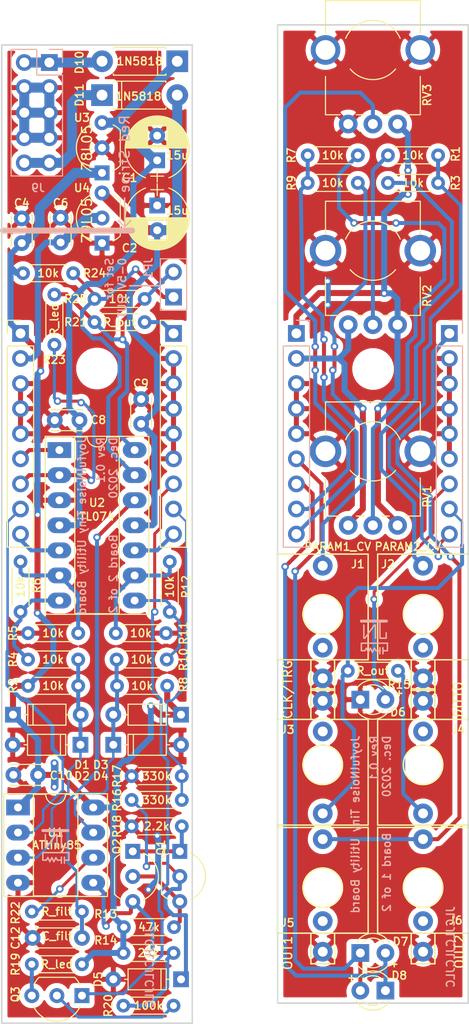
<source format=kicad_pcb>
(kicad_pcb (version 20171130) (host pcbnew "(5.1.9-0-10_14)")
  (layers (0 F.Cu signal) (31 B.Cu signal) (34 B.Paste user) (35 F.Paste user) (36 B.SilkS user) (37 F.SilkS user) (38 B.Mask user) (39 F.Mask user) (44 Edge.Cuts user))
  (net 0 "")
  (net 1 +12V)
  (net 2 GNDREF)
  (net 3 +5V)
  (net 4 -12V)
  (net 5 -5V)
  (net 6 "Net-(C12-Pad1)")
  (net 7 /MainBoard/MCU_ADC2)
  (net 8 /MainBoard/MCU_ADC1)
  (net 9 "Net-(D5-Pad1)")
  (net 10 "Net-(J1-Pad2)")
  (net 11 "Net-(J2-Pad2)")
  (net 12 "Net-(J3-Pad2)")
  (net 13 "Net-(J4-Pad2)")
  (net 14 "Net-(J5-Pad2)")
  (net 15 "Net-(J6-Pad2)")
  (net 16 "Net-(JP1-Pad1)")
  (net 17 "Net-(JP1-Pad2)")
  (net 18 "Net-(Q1-Pad3)")
  (net 19 "Net-(Q1-Pad1)")
  (net 20 /MainBoard/MCU_PB0)
  (net 21 "Net-(Q3-Pad2)")
  (net 22 "Net-(Q3-Pad3)")
  (net 23 "Net-(R4-Pad1)")
  (net 24 "Net-(R5-Pad1)")
  (net 25 "Net-(R10-Pad1)")
  (net 26 "Net-(R11-Pad1)")
  (net 27 /MainBoard/MCU_PWM)
  (net 28 "Net-(D10-Pad2)")
  (net 29 "Net-(D11-Pad1)")
  (net 30 /PeripheralBoard/IN_LED+)
  (net 31 /PeripheralBoard/OUT_LED-)
  (net 32 /PeripheralBoard/OUT_LED+)
  (net 33 /PeripheralBoard/P1_CV)
  (net 34 /PeripheralBoard/P2_CV)
  (net 35 /PeripheralBoard/OUT)
  (net 36 /PeripheralBoard/P3_POT)
  (net 37 /PeripheralBoard/P2_POT)
  (net 38 /PeripheralBoard/P1_POT)
  (net 39 /MainBoard/MCU_ADC3)
  (net 40 /MainBoard/IN_LED+)
  (net 41 /MainBoard/OUT)
  (net 42 /MainBoard/OUT_LED+)
  (net 43 /MainBoard/OUT_LED-)
  (net 44 "Net-(J4-Pad3)")
  (net 45 /PeripheralBoard/CLK_TRG)
  (net 46 /MainBoard/CLK_TRG)
  (net 47 /MainBoard/P2_AVG)
  (net 48 /MainBoard/P1_AVG)
  (net 49 /PeripheralBoard/P2_AVG)
  (net 50 /PeripheralBoard/P1_AVG)
  (module LEDs:LED_D3.0mm (layer F.Cu) (at 232.41 124.206)
    (fp_text reference D6 (at 3.81 1.27) (layer F.SilkS) (effects (font (size 0.8 0.8))))
    (fp_text value IN_LED hide)
    (pad 1 thru_hole rect (at 0 0) (size 1.8 1.8) (drill 0.9) (layers *.Cu *.Mask) (net 2 GNDREF))
    (pad 2 thru_hole circle (at 2.54 0) (size 1.8 1.8) (drill 0.9) (layers *.Cu *.Mask) (net 30 /PeripheralBoard/IN_LED+))
  )
  (module LEDs:LED_D3.0mm (layer F.Cu) (at 232.41 149.86)
    (fp_text reference D7 (at 4.064 -1.143 180) (layer F.SilkS) (effects (font (size 0.8 0.8))))
    (fp_text value OUT_LED+ hide)
    (pad 1 thru_hole rect (at 0 0) (size 1.8 1.8) (drill 0.9) (layers *.Cu *.Mask) (net 31 /PeripheralBoard/OUT_LED-))
    (pad 2 thru_hole circle (at 2.54 0) (size 1.8 1.8) (drill 0.9) (layers *.Cu *.Mask) (net 32 /PeripheralBoard/OUT_LED+))
  )
  (module LEDs:LED_D3.0mm (layer F.Cu) (at 234.95 153.67 180)
    (fp_text reference D8 (at -1.397 1.524 180) (layer F.SilkS) (effects (font (size 0.8 0.8))))
    (fp_text value OUT_LED- hide)
    (pad 1 thru_hole rect (at 0 0 180) (size 1.8 1.8) (drill 0.9) (layers *.Cu *.Mask) (net 32 /PeripheralBoard/OUT_LED+))
    (pad 2 thru_hole circle (at 2.54 0 180) (size 1.8 1.8) (drill 0.9) (layers *.Cu *.Mask) (net 31 /PeripheralBoard/OUT_LED-))
  )
  (module Pin_Headers:Pin_Header_Straight_1x02_Pitch2.54mm (layer B.Cu) (at 213.487 83.439)
    (fp_text reference JP1 (at -2.54 -2.921 90) (layer B.SilkS) (effects (font (size 0.8 0.8)) (justify mirror)))
    (fp_text value JMP_GATE_OUT)
    (pad 1 thru_hole rect (at 0 0) (size 1.7 1.7) (drill 1) (layers *.Cu *.Mask) (net 16 "Net-(JP1-Pad1)"))
    (pad 2 thru_hole oval (at 0 -2.54) (size 1.7 1.7) (drill 1) (layers *.Cu *.Mask) (net 17 "Net-(JP1-Pad2)"))
  )
  (module SDIY:Potentiometer_Alpha_9mm_WithGround (layer F.Cu) (at 233.68 99.06)
    (fp_text reference RV1 (at 5.494 4.572 90) (layer F.SilkS) (effects (font (size 0.8 0.8))))
    (fp_text value B100K)
    (pad "" thru_hole circle (at 4.8 0 90) (size 3.200001 3.200001) (drill 2) (layers *.Cu *.Mask) (net 2 GNDREF))
    (pad "" thru_hole circle (at -4.8 0 90) (size 3.200001 3.200001) (drill 2) (layers *.Cu *.Mask) (net 2 GNDREF))
    (pad 3 thru_hole circle (at 2.5 7.5 90) (size 1.9 1.9) (drill 1) (layers *.Cu *.Mask) (net 3 +5V))
    (pad 2 thru_hole circle (at 0 7.5 90) (size 1.9 1.9) (drill 1) (layers *.Cu *.Mask) (net 38 /PeripheralBoard/P1_POT))
    (pad 1 thru_hole circle (at -2.5 7.5 90) (size 1.9 1.9) (drill 1) (layers *.Cu *.Mask) (net 5 -5V))
  )
  (module SDIY:Potentiometer_Alpha_9mm_WithGround (layer F.Cu) (at 233.68 78.74)
    (fp_text reference RV2 (at 5.494 4.572 90) (layer F.SilkS) (effects (font (size 0.8 0.8))))
    (fp_text value B100K)
    (pad "" thru_hole circle (at 4.8 0 90) (size 3.200001 3.200001) (drill 2) (layers *.Cu *.Mask) (net 2 GNDREF))
    (pad "" thru_hole circle (at -4.8 0 90) (size 3.200001 3.200001) (drill 2) (layers *.Cu *.Mask) (net 2 GNDREF))
    (pad 3 thru_hole circle (at 2.5 7.5 90) (size 1.9 1.9) (drill 1) (layers *.Cu *.Mask) (net 3 +5V))
    (pad 2 thru_hole circle (at 0 7.5 90) (size 1.9 1.9) (drill 1) (layers *.Cu *.Mask) (net 37 /PeripheralBoard/P2_POT))
    (pad 1 thru_hole circle (at -2.5 7.5 90) (size 1.9 1.9) (drill 1) (layers *.Cu *.Mask) (net 5 -5V))
  )
  (module SDIY:Potentiometer_Alpha_9mm_WithGround (layer F.Cu) (at 233.68 58.42)
    (fp_text reference RV3 (at 5.494 4.572 90) (layer F.SilkS) (effects (font (size 0.8 0.8))))
    (fp_text value B100K)
    (pad "" thru_hole circle (at 4.8 0 90) (size 2.999999 2.999999) (drill 2) (layers *.Cu *.Mask) (net 2 GNDREF))
    (pad "" thru_hole circle (at -4.8 0 90) (size 2.999999 2.999999) (drill 2) (layers *.Cu *.Mask) (net 2 GNDREF))
    (pad 3 thru_hole circle (at 2.5 7.5 90) (size 1.9 1.9) (drill 1) (layers *.Cu *.Mask) (net 3 +5V))
    (pad 2 thru_hole circle (at 0 7.5 90) (size 1.9 1.9) (drill 1) (layers *.Cu *.Mask) (net 36 /PeripheralBoard/P3_POT))
    (pad 1 thru_hole circle (at -2.5 7.5 90) (size 1.9 1.9) (drill 1) (layers *.Cu *.Mask) (net 2 GNDREF))
  )
  (module Capacitors_THT:C_Disc_D4.3mm_W1.9mm_P5.00mm (layer F.Cu) (at 204.216 148.336 180)
    (fp_text reference C12 (at 6.731 0 90) (layer F.SilkS) (effects (font (size 0.8 0.8))))
    (fp_text value C_filt (at 2.5 0.1778) (layer F.SilkS) (effects (font (size 0.8 0.8))))
    (pad 1 thru_hole circle (at 0 0 180) (size 1.6 1.6) (drill 0.8) (layers *.Cu *.Mask) (net 6 "Net-(C12-Pad1)"))
    (pad 2 thru_hole circle (at 5 0 180) (size 1.6 1.6) (drill 0.8) (layers *.Cu *.Mask) (net 2 GNDREF))
  )
  (module SDIY:R_Axial_DIN0204_L3.6mm_D1.6mm_P5.08mm_Horizontal (layer F.Cu) (at 236.22 121.285 180)
    (fp_text reference R15 (at -0.127 -1.397 180) (layer F.SilkS) (effects (font (size 0.8 0.8))))
    (fp_text value R_out)
    (fp_text user %V (at 2.54 0 180) (layer F.SilkS) (effects (font (size 0.8 0.8))))
    (pad 1 thru_hole circle (at 0 0 180) (size 1.4 1.4) (drill 0.7) (layers *.Cu *.Mask) (net 44 "Net-(J4-Pad3)"))
    (pad 2 thru_hole oval (at 5.08 0 180) (size 1.4 1.4) (drill 0.7) (layers *.Cu *.Mask) (net 45 /PeripheralBoard/CLK_TRG))
  )
  (module TO_SOT_Packages_THT:TO-92_Inline_Wide (layer F.Cu) (at 206.248 70.866 90)
    (fp_text reference U3 (at 5.588 -2.032) (layer F.SilkS) (effects (font (size 0.8 0.8))))
    (fp_text value 78L05 (at 2.54 -1.524 90) (layer F.SilkS))
    (pad 2 thru_hole circle (at 2.54 0 180) (size 1.52 1.52) (drill 0.8) (layers *.Cu *.Mask) (net 2 GNDREF))
    (pad 3 thru_hole circle (at 5.08 0 180) (size 1.52 1.52) (drill 0.8) (layers *.Cu *.Mask) (net 1 +12V))
    (pad 1 thru_hole rect (at 0 0 180) (size 1.52 1.52) (drill 0.8) (layers *.Cu *.Mask) (net 3 +5V))
  )
  (module TO_SOT_Packages_THT:TO-92_Inline_Wide (layer F.Cu) (at 206.248 77.978 90)
    (fp_text reference U4 (at 5.588 -2.032) (layer F.SilkS) (effects (font (size 0.8 0.8))))
    (fp_text value 79L05 (at 2.286 -1.524 90) (layer F.SilkS))
    (pad 2 thru_hole circle (at 2.54 0 180) (size 1.52 1.52) (drill 0.8) (layers *.Cu *.Mask) (net 5 -5V))
    (pad 3 thru_hole circle (at 5.08 0 180) (size 1.52 1.52) (drill 0.8) (layers *.Cu *.Mask) (net 4 -12V))
    (pad 1 thru_hole rect (at 0 0 180) (size 1.52 1.52) (drill 0.8) (layers *.Cu *.Mask) (net 2 GNDREF))
  )
  (module SDIY:D_DO-35_SOD27_P6.85mm_Horizontal (layer F.Cu) (at 214.249 152.527 180)
    (fp_text reference D5 (at 8.382 0 90) (layer F.SilkS) (effects (font (size 0.8 0.8))))
    (fp_text value 1N4148 hide)
    (pad 1 thru_hole rect (at 0 0 180) (size 1.6 1.6) (drill 0.8) (layers *.Cu *.Mask) (net 9 "Net-(D5-Pad1)"))
    (pad 2 thru_hole oval (at 6.858 0 180) (size 1.6 1.6) (drill 0.8) (layers *.Cu *.Mask) (net 2 GNDREF))
  )
  (module SDIY:D_DO-35_SOD27_P6.85mm_Horizontal (layer F.Cu) (at 207.391 128.778)
    (fp_text reference D4 (at -1.27 3.175) (layer F.SilkS) (effects (font (size 0.8 0.8))))
    (fp_text value BAT81 hide)
    (pad 1 thru_hole rect (at 0 0) (size 1.6 1.6) (drill 0.8) (layers *.Cu *.Mask) (net 8 /MainBoard/MCU_ADC1))
    (pad 2 thru_hole oval (at 6.858 0) (size 1.6 1.6) (drill 0.8) (layers *.Cu *.Mask) (net 2 GNDREF))
  )
  (module SDIY:D_DO-35_SOD27_P6.85mm_Horizontal (layer F.Cu) (at 214.249 125.73 180)
    (fp_text reference D3 (at 8.128 -5.08) (layer F.SilkS) (effects (font (size 0.8 0.8))))
    (fp_text value BAT81 hide)
    (pad 2 thru_hole oval (at 6.858 0 180) (size 1.6 1.6) (drill 0.8) (layers *.Cu *.Mask) (net 8 /MainBoard/MCU_ADC1))
    (pad 1 thru_hole rect (at 0 0 180) (size 1.6 1.6) (drill 0.8) (layers *.Cu *.Mask) (net 3 +5V))
  )
  (module SDIY:D_DO-35_SOD27_P6.85mm_Horizontal (layer F.Cu) (at 204.0636 128.778 180)
    (fp_text reference D2 (at -0.1524 -3.175) (layer F.SilkS) (effects (font (size 0.8 0.8))))
    (fp_text value BAT81 hide)
    (pad 1 thru_hole rect (at 0 0 180) (size 1.6 1.6) (drill 0.8) (layers *.Cu *.Mask) (net 7 /MainBoard/MCU_ADC2))
    (pad 2 thru_hole oval (at 6.858 0 180) (size 1.6 1.6) (drill 0.8) (layers *.Cu *.Mask) (net 2 GNDREF))
  )
  (module SDIY:D_DO-35_SOD27_P6.85mm_Horizontal (layer F.Cu) (at 197.231 125.73)
    (fp_text reference D1 (at 6.985 5.08) (layer F.SilkS) (effects (font (size 0.8 0.8))))
    (fp_text value BAT81 hide)
    (pad 1 thru_hole rect (at 0 0) (size 1.6 1.6) (drill 0.8) (layers *.Cu *.Mask) (net 3 +5V))
    (pad 2 thru_hole oval (at 6.858 0) (size 1.6 1.6) (drill 0.8) (layers *.Cu *.Mask) (net 7 /MainBoard/MCU_ADC2))
  )
  (module SDIY:C_Disc_D3.0mm_W2.0mm_P2.50mm (layer F.Cu) (at 198.12 77.978 90)
    (fp_text reference C4 (at 4.0513 0) (layer F.SilkS) (effects (font (size 0.8 0.8))))
    (fp_text value 0.1u)
    (pad 2 thru_hole circle (at 2.5 0 90) (size 1.6 1.6) (drill 0.8) (layers *.Cu *.Mask) (net 2 GNDREF))
    (pad 1 thru_hole circle (at 0 0 90) (size 1.6 1.6) (drill 0.8) (layers *.Cu *.Mask) (net 3 +5V))
  )
  (module SDIY:C_Disc_D3.0mm_W2.0mm_P2.50mm (layer F.Cu) (at 199.771 131.826 180)
    (fp_text reference C10 (at -2.3495 -0.0635 180) (layer F.SilkS) (effects (font (size 0.8 0.8))))
    (fp_text value 0.1u)
    (pad 2 thru_hole circle (at 2.5 0 180) (size 1.6 1.6) (drill 0.8) (layers *.Cu *.Mask) (net 2 GNDREF))
    (pad 1 thru_hole circle (at 0 0 180) (size 1.6 1.6) (drill 0.8) (layers *.Cu *.Mask) (net 3 +5V))
  )
  (module SDIY:C_Disc_D3.0mm_W2.0mm_P2.50mm (layer F.Cu) (at 210.2104 93.7768 270)
    (fp_text reference C9 (at -1.5748 0.0254) (layer F.SilkS) (effects (font (size 0.8 0.8))))
    (fp_text value 0.1u)
    (pad 2 thru_hole circle (at 2.5 0 270) (size 1.6 1.6) (drill 0.8) (layers *.Cu *.Mask) (net 4 -12V))
    (pad 1 thru_hole circle (at 0 0 270) (size 1.6 1.6) (drill 0.8) (layers *.Cu *.Mask) (net 2 GNDREF))
  )
  (module SDIY:C_Disc_D3.0mm_W2.0mm_P2.50mm (layer F.Cu) (at 203.962 95.9104 180)
    (fp_text reference C8 (at -1.905 0.0254 180) (layer F.SilkS) (effects (font (size 0.8 0.8))))
    (fp_text value 0.1u)
    (pad 2 thru_hole circle (at 2.5 0 180) (size 1.6 1.6) (drill 0.8) (layers *.Cu *.Mask) (net 2 GNDREF))
    (pad 1 thru_hole circle (at 0 0 180) (size 1.6 1.6) (drill 0.8) (layers *.Cu *.Mask) (net 1 +12V))
  )
  (module SDIY:C_Disc_D3.0mm_W2.0mm_P2.50mm (layer F.Cu) (at 202.057 75.4126 270)
    (fp_text reference C6 (at -1.4986 0) (layer F.SilkS) (effects (font (size 0.8 0.8))))
    (fp_text value 0.1u)
    (pad 2 thru_hole circle (at 2.5 0 270) (size 1.6 1.6) (drill 0.8) (layers *.Cu *.Mask) (net 5 -5V))
    (pad 1 thru_hole circle (at 0 0 270) (size 1.6 1.6) (drill 0.8) (layers *.Cu *.Mask) (net 2 GNDREF))
  )
  (module SDIY:R_Axial_DIN0204_L3.6mm_D1.6mm_P5.08mm_Horizontal (layer F.Cu) (at 205.486 83.6295)
    (fp_text reference R25 (at -1.905 0 180) (layer F.SilkS) (effects (font (size 0.8 0.8))))
    (fp_text value 10k)
    (fp_text user %V (at 2.54 0) (layer F.SilkS) (effects (font (size 0.8 0.8))))
    (pad 2 thru_hole oval (at 5.08 0) (size 1.4 1.4) (drill 0.7) (layers *.Cu *.Mask) (net 17 "Net-(JP1-Pad2)"))
    (pad 1 thru_hole circle (at 0 0) (size 1.4 1.4) (drill 0.7) (layers *.Cu *.Mask) (net 16 "Net-(JP1-Pad1)"))
  )
  (module SDIY:R_Axial_DIN0204_L3.6mm_D1.6mm_P5.08mm_Horizontal (layer F.Cu) (at 198.247 81.026)
    (fp_text reference R24 (at 7.239 0) (layer F.SilkS) (effects (font (size 0.8 0.8))))
    (fp_text value 10k)
    (fp_text user %V (at 2.54 0) (layer F.SilkS) (effects (font (size 0.8 0.8))))
    (pad 2 thru_hole oval (at 5.08 0) (size 1.4 1.4) (drill 0.7) (layers *.Cu *.Mask) (net 16 "Net-(JP1-Pad1)"))
    (pad 1 thru_hole circle (at 0 0) (size 1.4 1.4) (drill 0.7) (layers *.Cu *.Mask) (net 3 +5V))
  )
  (module SDIY:R_Axial_DIN0204_L3.6mm_D1.6mm_P5.08mm_Horizontal (layer F.Cu) (at 201.422 83.185 270)
    (fp_text reference R23 (at 6.604 0) (layer F.SilkS) (effects (font (size 0.8 0.8))))
    (fp_text value R_led)
    (fp_text user %V (at 2.54 0 90) (layer F.SilkS) (effects (font (size 0.8 0.8))))
    (pad 1 thru_hole circle (at 0 0 270) (size 1.4 1.4) (drill 0.7) (layers *.Cu *.Mask) (net 17 "Net-(JP1-Pad2)"))
    (pad 2 thru_hole oval (at 5.08 0 270) (size 1.4 1.4) (drill 0.7) (layers *.Cu *.Mask) (net 42 /MainBoard/OUT_LED+))
  )
  (module SDIY:R_Axial_DIN0204_L3.6mm_D1.6mm_P5.08mm_Horizontal (layer F.Cu) (at 199.136 145.669)
    (fp_text reference R22 (at -1.651 0.127 90) (layer F.SilkS) (effects (font (size 0.8 0.8))))
    (fp_text value R_filt)
    (fp_text user %V (at 2.54 0) (layer F.SilkS) (effects (font (size 0.8 0.8))))
    (pad 2 thru_hole oval (at 5.08 0) (size 1.4 1.4) (drill 0.7) (layers *.Cu *.Mask) (net 6 "Net-(C12-Pad1)"))
    (pad 1 thru_hole circle (at 0 0) (size 1.4 1.4) (drill 0.7) (layers *.Cu *.Mask) (net 27 /MainBoard/MCU_PWM))
  )
  (module SDIY:R_Axial_DIN0204_L3.6mm_D1.6mm_P5.08mm_Horizontal (layer F.Cu) (at 210.566 85.979 180)
    (fp_text reference R21 (at 6.985 0 180) (layer F.SilkS) (effects (font (size 0.8 0.8))))
    (fp_text value R_out)
    (fp_text user %V (at 2.54 0) (layer F.SilkS) (effects (font (size 0.8 0.8))))
    (pad 1 thru_hole circle (at 0 0 180) (size 1.4 1.4) (drill 0.7) (layers *.Cu *.Mask) (net 41 /MainBoard/OUT))
    (pad 2 thru_hole oval (at 5.08 0 180) (size 1.4 1.4) (drill 0.7) (layers *.Cu *.Mask) (net 17 "Net-(JP1-Pad2)"))
  )
  (module SDIY:R_Axial_DIN0204_L3.6mm_D1.6mm_P5.08mm_Horizontal (layer F.Cu) (at 213.487 155.194 180)
    (fp_text reference R20 (at 6.604 0 270) (layer F.SilkS) (effects (font (size 0.8 0.8))))
    (fp_text value 100k)
    (fp_text user %V (at 2.54 0) (layer F.SilkS) (effects (font (size 0.8 0.8))))
    (pad 1 thru_hole circle (at 0 0 180) (size 1.4 1.4) (drill 0.7) (layers *.Cu *.Mask) (net 21 "Net-(Q3-Pad2)"))
    (pad 2 thru_hole oval (at 5.08 0 180) (size 1.4 1.4) (drill 0.7) (layers *.Cu *.Mask) (net 20 /MainBoard/MCU_PB0))
  )
  (module SDIY:R_Axial_DIN0204_L3.6mm_D1.6mm_P5.08mm_Horizontal (layer F.Cu) (at 199.136 151.003)
    (fp_text reference R19 (at -1.651 0 90) (layer F.SilkS) (effects (font (size 0.8 0.8))))
    (fp_text value R_led)
    (fp_text user %V (at 2.54 0) (layer F.SilkS) (effects (font (size 0.8 0.8))))
    (pad 1 thru_hole circle (at 0 0) (size 1.4 1.4) (drill 0.7) (layers *.Cu *.Mask) (net 22 "Net-(Q3-Pad3)"))
    (pad 2 thru_hole oval (at 5.08 0) (size 1.4 1.4) (drill 0.7) (layers *.Cu *.Mask) (net 3 +5V))
  )
  (module SDIY:R_Axial_DIN0204_L3.6mm_D1.6mm_P5.08mm_Horizontal (layer F.Cu) (at 209.2452 137.033)
    (fp_text reference R18 (at -1.4732 0 90) (layer F.SilkS) (effects (font (size 0.8 0.8))))
    (fp_text value 2.2k)
    (fp_text user %V (at 2.54 0) (layer F.SilkS) (effects (font (size 0.8 0.8))))
    (pad 1 thru_hole circle (at 0 0) (size 1.4 1.4) (drill 0.7) (layers *.Cu *.Mask) (net 2 GNDREF))
    (pad 2 thru_hole oval (at 5.08 0) (size 1.4 1.4) (drill 0.7) (layers *.Cu *.Mask) (net 19 "Net-(Q1-Pad1)"))
  )
  (module SDIY:R_Axial_DIN0204_L3.6mm_D1.6mm_P5.08mm_Horizontal (layer F.Cu) (at 209.2452 131.953)
    (fp_text reference R17 (at -1.4732 0 90) (layer F.SilkS) (effects (font (size 0.8 0.8))))
    (fp_text value 330k)
    (fp_text user %V (at 2.54 0) (layer F.SilkS) (effects (font (size 0.8 0.8))))
    (pad 1 thru_hole circle (at 0 0) (size 1.4 1.4) (drill 0.7) (layers *.Cu *.Mask) (net 2 GNDREF))
    (pad 2 thru_hole oval (at 5.08 0) (size 1.4 1.4) (drill 0.7) (layers *.Cu *.Mask) (net 46 /MainBoard/CLK_TRG))
  )
  (module SDIY:R_Axial_DIN0204_L3.6mm_D1.6mm_P5.08mm_Horizontal (layer F.Cu) (at 209.2452 134.366)
    (fp_text reference R16 (at -1.4732 0 90) (layer F.SilkS) (effects (font (size 0.8 0.8))))
    (fp_text value 330k)
    (fp_text user %V (at 2.54 0) (layer F.SilkS) (effects (font (size 0.8 0.8))))
    (pad 1 thru_hole circle (at 0 0) (size 1.4 1.4) (drill 0.7) (layers *.Cu *.Mask) (net 9 "Net-(D5-Pad1)"))
    (pad 2 thru_hole oval (at 5.08 0) (size 1.4 1.4) (drill 0.7) (layers *.Cu *.Mask) (net 46 /MainBoard/CLK_TRG))
  )
  (module SDIY:R_Axial_DIN0204_L3.6mm_D1.6mm_P5.08mm_Horizontal (layer F.Cu) (at 213.487 149.86 180)
    (fp_text reference R14 (at 6.858 1.27 180) (layer F.SilkS) (effects (font (size 0.8 0.8))))
    (fp_text value 22k)
    (fp_text user %V (at 2.54 0) (layer F.SilkS) (effects (font (size 0.8 0.8))))
    (pad 1 thru_hole circle (at 0 0 180) (size 1.4 1.4) (drill 0.7) (layers *.Cu *.Mask) (net 20 /MainBoard/MCU_PB0))
    (pad 2 thru_hole oval (at 5.08 0 180) (size 1.4 1.4) (drill 0.7) (layers *.Cu *.Mask) (net 3 +5V))
  )
  (module SDIY:R_Axial_DIN0204_L3.6mm_D1.6mm_P5.08mm_Horizontal (layer F.Cu) (at 213.5378 147.2438 180)
    (fp_text reference R13 (at 6.9088 1.3208 180) (layer F.SilkS) (effects (font (size 0.8 0.8))))
    (fp_text value 47k)
    (fp_text user %V (at 2.54 0) (layer F.SilkS) (effects (font (size 0.8 0.8))))
    (pad 1 thru_hole circle (at 0 0 180) (size 1.4 1.4) (drill 0.7) (layers *.Cu *.Mask) (net 18 "Net-(Q1-Pad3)"))
    (pad 2 thru_hole oval (at 5.08 0 180) (size 1.4 1.4) (drill 0.7) (layers *.Cu *.Mask) (net 3 +5V))
  )
  (module SDIY:R_Axial_DIN0204_L3.6mm_D1.6mm_P5.08mm_Horizontal (layer F.Cu) (at 213.106 115.316 90)
    (fp_text reference R12 (at 2.54 1.651 270) (layer F.SilkS) (effects (font (size 0.8 0.8))))
    (fp_text value 10k)
    (fp_text user %V (at 2.54 0 90) (layer F.SilkS) (effects (font (size 0.8 0.8))))
    (pad 1 thru_hole circle (at 0 0 90) (size 1.4 1.4) (drill 0.7) (layers *.Cu *.Mask) (net 25 "Net-(R10-Pad1)"))
    (pad 2 thru_hole oval (at 5.08 0 90) (size 1.4 1.4) (drill 0.7) (layers *.Cu *.Mask) (net 26 "Net-(R11-Pad1)"))
  )
  (module SDIY:R_Axial_DIN0204_L3.6mm_D1.6mm_P5.08mm_Horizontal (layer F.Cu) (at 207.645 117.475)
    (fp_text reference R11 (at 6.858 0 270) (layer F.SilkS) (effects (font (size 0.8 0.8))))
    (fp_text value 10k)
    (fp_text user %V (at 2.54 0) (layer F.SilkS) (effects (font (size 0.8 0.8))))
    (pad 1 thru_hole circle (at 0 0) (size 1.4 1.4) (drill 0.7) (layers *.Cu *.Mask) (net 26 "Net-(R11-Pad1)"))
    (pad 2 thru_hole oval (at 5.08 0) (size 1.4 1.4) (drill 0.7) (layers *.Cu *.Mask) (net 2 GNDREF))
  )
  (module SDIY:R_Axial_DIN0204_L3.6mm_D1.6mm_P5.08mm_Horizontal (layer F.Cu) (at 212.8012 120.142 180)
    (fp_text reference R10 (at -1.7018 0 270) (layer F.SilkS) (effects (font (size 0.8 0.8))))
    (fp_text value 10k)
    (fp_text user %V (at 2.54 0) (layer F.SilkS) (effects (font (size 0.8 0.8))))
    (pad 1 thru_hole circle (at 0 0 180) (size 1.4 1.4) (drill 0.7) (layers *.Cu *.Mask) (net 25 "Net-(R10-Pad1)"))
    (pad 2 thru_hole oval (at 5.08 0 180) (size 1.4 1.4) (drill 0.7) (layers *.Cu *.Mask) (net 8 /MainBoard/MCU_ADC1))
  )
  (module SDIY:R_Axial_DIN0204_L3.6mm_D1.6mm_P5.08mm_Horizontal (layer F.Cu) (at 212.852 122.809 180)
    (fp_text reference R8 (at -1.651 0.127 270) (layer F.SilkS) (effects (font (size 0.8 0.8))))
    (fp_text value 10k)
    (fp_text user %V (at 2.54 0) (layer F.SilkS) (effects (font (size 0.8 0.8))))
    (pad 1 thru_hole circle (at 0 0 180) (size 1.4 1.4) (drill 0.7) (layers *.Cu *.Mask) (net 3 +5V))
    (pad 2 thru_hole oval (at 5.08 0 180) (size 1.4 1.4) (drill 0.7) (layers *.Cu *.Mask) (net 8 /MainBoard/MCU_ADC1))
  )
  (module SDIY:R_Axial_DIN0204_L3.6mm_D1.6mm_P5.08mm_Horizontal (layer F.Cu) (at 197.993 115.316 90)
    (fp_text reference R6 (at 2.667 1.651 270) (layer F.SilkS) (effects (font (size 0.8 0.8))))
    (fp_text value 10k)
    (fp_text user %V (at 2.54 0 90) (layer F.SilkS) (effects (font (size 0.8 0.8))))
    (pad 1 thru_hole circle (at 0 0 90) (size 1.4 1.4) (drill 0.7) (layers *.Cu *.Mask) (net 23 "Net-(R4-Pad1)"))
    (pad 2 thru_hole oval (at 5.08 0 90) (size 1.4 1.4) (drill 0.7) (layers *.Cu *.Mask) (net 24 "Net-(R5-Pad1)"))
  )
  (module SDIY:R_Axial_DIN0204_L3.6mm_D1.6mm_P5.08mm_Horizontal (layer F.Cu) (at 203.835 117.475 180)
    (fp_text reference R5 (at 6.604 0 90) (layer F.SilkS) (effects (font (size 0.8 0.8))))
    (fp_text value 10k)
    (fp_text user %V (at 2.54 0) (layer F.SilkS) (effects (font (size 0.8 0.8))))
    (pad 1 thru_hole circle (at 0 0 180) (size 1.4 1.4) (drill 0.7) (layers *.Cu *.Mask) (net 24 "Net-(R5-Pad1)"))
    (pad 2 thru_hole oval (at 5.08 0 180) (size 1.4 1.4) (drill 0.7) (layers *.Cu *.Mask) (net 2 GNDREF))
  )
  (module SDIY:R_Axial_DIN0204_L3.6mm_D1.6mm_P5.08mm_Horizontal (layer F.Cu) (at 198.755 120.142)
    (fp_text reference R4 (at -1.524 0 90) (layer F.SilkS) (effects (font (size 0.8 0.8))))
    (fp_text value 10k)
    (fp_text user %V (at 2.54 0) (layer F.SilkS) (effects (font (size 0.8 0.8))))
    (pad 1 thru_hole circle (at 0 0) (size 1.4 1.4) (drill 0.7) (layers *.Cu *.Mask) (net 23 "Net-(R4-Pad1)"))
    (pad 2 thru_hole oval (at 5.08 0) (size 1.4 1.4) (drill 0.7) (layers *.Cu *.Mask) (net 7 /MainBoard/MCU_ADC2))
  )
  (module SDIY:R_Axial_DIN0204_L3.6mm_D1.6mm_P5.08mm_Horizontal (layer F.Cu) (at 198.755 122.809)
    (fp_text reference R2 (at -1.524 0 90) (layer F.SilkS) (effects (font (size 0.8 0.8))))
    (fp_text value 10k)
    (fp_text user %V (at 2.54 0) (layer F.SilkS) (effects (font (size 0.8 0.8))))
    (pad 1 thru_hole circle (at 0 0) (size 1.4 1.4) (drill 0.7) (layers *.Cu *.Mask) (net 3 +5V))
    (pad 2 thru_hole oval (at 5.08 0) (size 1.4 1.4) (drill 0.7) (layers *.Cu *.Mask) (net 7 /MainBoard/MCU_ADC2))
  )
  (module Diodes_THT:D_DO-41_SOD81_P7.62mm_Horizontal (layer F.Cu) (at 206.248 62.992)
    (fp_text reference D11 (at -2.286 0 90) (layer F.SilkS) (effects (font (size 0.8 0.8))))
    (fp_text value 1N5818 (at 3.683 0.127) (layer F.SilkS) (effects (font (size 0.8 0.8))))
    (pad 2 thru_hole oval (at 7.62 0) (size 2.2 2.2) (drill 1.1) (layers *.Cu *.Mask) (net 4 -12V))
    (pad 1 thru_hole rect (at 0 0) (size 2.2 2.2) (drill 1.1) (layers *.Cu *.Mask) (net 29 "Net-(D11-Pad1)"))
  )
  (module Diodes_THT:D_DO-41_SOD81_P7.62mm_Horizontal (layer F.Cu) (at 213.868 59.563 180)
    (fp_text reference D10 (at 9.906 -0.127 90) (layer F.SilkS) (effects (font (size 0.8 0.8))))
    (fp_text value 1N5818 (at 3.81 0) (layer F.SilkS) (effects (font (size 0.8 0.8))))
    (pad 1 thru_hole rect (at 0 0 180) (size 2.2 2.2) (drill 1.1) (layers *.Cu *.Mask) (net 1 +12V))
    (pad 2 thru_hole oval (at 7.62 0 180) (size 2.2 2.2) (drill 1.1) (layers *.Cu *.Mask) (net 28 "Net-(D10-Pad2)"))
  )
  (module Capacitors_THT:CP_Radial_D6.3mm_P2.50mm (layer F.Cu) (at 211.836 74.168 270)
    (fp_text reference C2 (at 4.318 2.794 180) (layer F.SilkS) (effects (font (size 0.8 0.8))))
    (fp_text value 15u (at 0.508 -2.032) (layer F.SilkS) (effects (font (size 0.8 0.8))))
    (pad 1 thru_hole rect (at 0 0 270) (size 1.6 1.6) (drill 0.8) (layers *.Cu *.Mask) (net 2 GNDREF))
    (pad 2 thru_hole circle (at 2.5 0 270) (size 1.6 1.6) (drill 0.8) (layers *.Cu *.Mask) (net 4 -12V))
  )
  (module Capacitors_THT:CP_Radial_D6.3mm_P2.50mm (layer F.Cu) (at 211.836 69.596 90)
    (fp_text reference C1 (at -1.778 -2.794 180) (layer F.SilkS) (effects (font (size 0.8 0.8))))
    (fp_text value 15u (at 0.508 2.032 180) (layer F.SilkS) (effects (font (size 0.8 0.8))))
    (pad 1 thru_hole rect (at 0 0 90) (size 1.6 1.6) (drill 0.8) (layers *.Cu *.Mask) (net 1 +12V))
    (pad 2 thru_hole circle (at 2.5 0 90) (size 1.6 1.6) (drill 0.8) (layers *.Cu *.Mask) (net 2 GNDREF))
  )
  (module Housings_DIP:DIP-14_W7.62mm_Socket_LongPads (layer F.Cu) (at 201.93 98.933)
    (fp_text reference U2 (at 3.81 5.334) (layer F.SilkS) (effects (font (size 0.8 0.8))))
    (fp_text value TL074 (at 3.81 6.731) (layer F.SilkS) (effects (font (size 0.8 0.8))))
    (pad 14 thru_hole oval (at 7.62 0) (size 2.4 1.6) (drill 0.8) (layers *.Cu *.Mask) (net 17 "Net-(JP1-Pad2)"))
    (pad 7 thru_hole oval (at 0 15.24) (size 2.4 1.6) (drill 0.8) (layers *.Cu *.Mask) (net 23 "Net-(R4-Pad1)"))
    (pad 13 thru_hole oval (at 7.62 2.54) (size 2.4 1.6) (drill 0.8) (layers *.Cu *.Mask) (net 16 "Net-(JP1-Pad1)"))
    (pad 6 thru_hole oval (at 0 12.7) (size 2.4 1.6) (drill 0.8) (layers *.Cu *.Mask) (net 24 "Net-(R5-Pad1)"))
    (pad 12 thru_hole oval (at 7.62 5.08) (size 2.4 1.6) (drill 0.8) (layers *.Cu *.Mask) (net 6 "Net-(C12-Pad1)"))
    (pad 5 thru_hole oval (at 0 10.16) (size 2.4 1.6) (drill 0.8) (layers *.Cu *.Mask) (net 48 /MainBoard/P1_AVG))
    (pad 11 thru_hole oval (at 7.62 7.62) (size 2.4 1.6) (drill 0.8) (layers *.Cu *.Mask) (net 4 -12V))
    (pad 4 thru_hole oval (at 0 7.62) (size 2.4 1.6) (drill 0.8) (layers *.Cu *.Mask) (net 1 +12V))
    (pad 10 thru_hole oval (at 7.62 10.16) (size 2.4 1.6) (drill 0.8) (layers *.Cu *.Mask) (net 47 /MainBoard/P2_AVG))
    (pad 3 thru_hole oval (at 0 5.08) (size 2.4 1.6) (drill 0.8) (layers *.Cu *.Mask) (net 2 GNDREF))
    (pad 9 thru_hole oval (at 7.62 12.7) (size 2.4 1.6) (drill 0.8) (layers *.Cu *.Mask) (net 26 "Net-(R11-Pad1)"))
    (pad 2 thru_hole oval (at 0 2.54) (size 2.4 1.6) (drill 0.8) (layers *.Cu *.Mask) (net 42 /MainBoard/OUT_LED+))
    (pad 8 thru_hole oval (at 7.62 15.24) (size 2.4 1.6) (drill 0.8) (layers *.Cu *.Mask) (net 25 "Net-(R10-Pad1)"))
    (pad 1 thru_hole rect (at 0 0) (size 2.4 1.6) (drill 0.8) (layers *.Cu *.Mask) (net 43 /MainBoard/OUT_LED-))
  )
  (module Housings_DIP:DIP-8_W7.62mm_Socket_LongPads (layer F.Cu) (at 197.739 135.128)
    (fp_text reference U1 (at 3.81 2.54) (layer F.SilkS) (effects (font (size 0.8 0.8))))
    (fp_text value ATtiny85 (at 3.937 3.81) (layer F.SilkS) (effects (font (size 0.8 0.8))))
    (pad 1 thru_hole rect (at 0 0) (size 2.4 1.6) (drill 0.8) (layers *.Cu *.Mask) (net 3 +5V))
    (pad 5 thru_hole oval (at 7.62 7.62) (size 2.4 1.6) (drill 0.8) (layers *.Cu *.Mask) (net 20 /MainBoard/MCU_PB0))
    (pad 2 thru_hole oval (at 0 2.54) (size 2.4 1.6) (drill 0.8) (layers *.Cu *.Mask) (net 39 /MainBoard/MCU_ADC3))
    (pad 6 thru_hole oval (at 7.62 5.08) (size 2.4 1.6) (drill 0.8) (layers *.Cu *.Mask) (net 27 /MainBoard/MCU_PWM))
    (pad 3 thru_hole oval (at 0 5.08) (size 2.4 1.6) (drill 0.8) (layers *.Cu *.Mask) (net 7 /MainBoard/MCU_ADC2))
    (pad 7 thru_hole oval (at 7.62 2.54) (size 2.4 1.6) (drill 0.8) (layers *.Cu *.Mask) (net 8 /MainBoard/MCU_ADC1))
    (pad 4 thru_hole oval (at 0 7.62) (size 2.4 1.6) (drill 0.8) (layers *.Cu *.Mask) (net 2 GNDREF))
    (pad 8 thru_hole oval (at 7.62 0) (size 2.4 1.6) (drill 0.8) (layers *.Cu *.Mask) (net 3 +5V))
  )
  (module Pin_Headers:Pin_Header_Straight_2x05_Pitch2.54mm (layer B.Cu) (at 200.914 59.69 180)
    (fp_text reference J9 (at 1.143 -12.7) (layer B.SilkS) (effects (font (size 0.8 0.8)) (justify mirror)))
    (fp_text value POWER)
    (pad 10 thru_hole oval (at 2.54 -10.16 180) (size 1.7 1.7) (drill 1) (layers *.Cu *.Mask) (net 29 "Net-(D11-Pad1)"))
    (pad 9 thru_hole oval (at 0 -10.16 180) (size 1.7 1.7) (drill 1) (layers *.Cu *.Mask) (net 29 "Net-(D11-Pad1)"))
    (pad 8 thru_hole oval (at 2.54 -7.62 180) (size 1.7 1.7) (drill 1) (layers *.Cu *.Mask) (net 2 GNDREF))
    (pad 7 thru_hole oval (at 0 -7.62 180) (size 1.7 1.7) (drill 1) (layers *.Cu *.Mask) (net 2 GNDREF))
    (pad 6 thru_hole oval (at 2.54 -5.08 180) (size 1.7 1.7) (drill 1) (layers *.Cu *.Mask) (net 2 GNDREF))
    (pad 5 thru_hole oval (at 0 -5.08 180) (size 1.7 1.7) (drill 1) (layers *.Cu *.Mask) (net 2 GNDREF))
    (pad 4 thru_hole oval (at 2.54 -2.54 180) (size 1.7 1.7) (drill 1) (layers *.Cu *.Mask) (net 2 GNDREF))
    (pad 3 thru_hole oval (at 0 -2.54 180) (size 1.7 1.7) (drill 1) (layers *.Cu *.Mask) (net 2 GNDREF))
    (pad 2 thru_hole oval (at 2.54 0 180) (size 1.7 1.7) (drill 1) (layers *.Cu *.Mask) (net 28 "Net-(D10-Pad2)"))
    (pad 1 thru_hole rect (at 0 0 180) (size 1.7 1.7) (drill 1) (layers *.Cu *.Mask) (net 28 "Net-(D10-Pad2)"))
  )
  (module SDIY:PJ301M-12 (layer F.Cu) (at 238.76 143.256)
    (fp_text reference J6 (at 3.302 3.302) (layer F.SilkS) (effects (font (size 0.8 0.8))))
    (fp_text value OUT2 (at 3.683 6.477 90) (layer F.SilkS) (effects (font (size 0.9 0.9))))
    (pad "" np_thru_hole circle (at 0 0) (size 3 3) (drill 3) (layers *.Cu *.Mask))
    (pad 1 thru_hole circle (at 0 6.48) (size 2 2) (drill 1) (layers *.Cu *.Mask) (net 2 GNDREF))
    (pad 2 thru_hole circle (at 0 3.38) (size 2 2) (drill 1) (layers *.Cu *.Mask) (net 15 "Net-(J6-Pad2)"))
    (pad 3 thru_hole circle (at 0 -4.92) (size 2 2) (drill 1) (layers *.Cu *.Mask) (net 35 /PeripheralBoard/OUT))
  )
  (module SDIY:PJ301M-12 (layer F.Cu) (at 228.6 143.256)
    (fp_text reference J5 (at -3.556 3.556) (layer F.SilkS) (effects (font (size 0.8 0.8))))
    (fp_text value OUT1 (at -3.556 6.604 90) (layer F.SilkS) (effects (font (size 0.9 0.9))))
    (pad "" np_thru_hole circle (at 0 0) (size 3 3) (drill 3) (layers *.Cu *.Mask))
    (pad 1 thru_hole circle (at 0 6.48) (size 2 2) (drill 1) (layers *.Cu *.Mask) (net 2 GNDREF))
    (pad 2 thru_hole circle (at 0 3.38) (size 2 2) (drill 1) (layers *.Cu *.Mask) (net 14 "Net-(J5-Pad2)"))
    (pad 3 thru_hole circle (at 0 -4.92) (size 2 2) (drill 1) (layers *.Cu *.Mask) (net 35 /PeripheralBoard/OUT))
  )
  (module SDIY:PJ301M-12 (layer F.Cu) (at 238.76 130.81 180)
    (fp_text reference J4 (at -3.556 3.556) (layer F.SilkS) (effects (font (size 0.8 0.8))))
    (fp_text value DITTO (at -3.556 6.604 90) (layer F.SilkS) (effects (font (size 0.9 0.9))))
    (pad "" np_thru_hole circle (at 0 0 180) (size 3 3) (drill 3) (layers *.Cu *.Mask))
    (pad 1 thru_hole circle (at 0 6.48 180) (size 2 2) (drill 1) (layers *.Cu *.Mask) (net 2 GNDREF))
    (pad 2 thru_hole circle (at 0 3.38 180) (size 2 2) (drill 1) (layers *.Cu *.Mask) (net 13 "Net-(J4-Pad2)"))
    (pad 3 thru_hole circle (at 0 -4.92 180) (size 2 2) (drill 1) (layers *.Cu *.Mask) (net 44 "Net-(J4-Pad3)"))
  )
  (module SDIY:PJ301M-12 (layer F.Cu) (at 228.6 130.81 180)
    (fp_text reference J3 (at 3.556 3.556) (layer F.SilkS) (effects (font (size 0.8 0.8))))
    (fp_text value CLK/TRG (at 3.556 7.62 90) (layer F.SilkS) (effects (font (size 0.9 0.9))))
    (pad "" np_thru_hole circle (at 0 0 180) (size 3 3) (drill 3) (layers *.Cu *.Mask))
    (pad 1 thru_hole circle (at 0 6.48 180) (size 2 2) (drill 1) (layers *.Cu *.Mask) (net 2 GNDREF))
    (pad 2 thru_hole circle (at 0 3.38 180) (size 2 2) (drill 1) (layers *.Cu *.Mask) (net 12 "Net-(J3-Pad2)"))
    (pad 3 thru_hole circle (at 0 -4.92 180) (size 2 2) (drill 1) (layers *.Cu *.Mask) (net 45 /PeripheralBoard/CLK_TRG))
  )
  (module SDIY:PJ301M-12 (layer F.Cu) (at 238.76 115.57)
    (fp_text reference J2 (at -3.556 -5.08) (layer F.SilkS) (effects (font (size 0.8 0.8))))
    (fp_text value PARAM2_CV (at -1.524 -6.858) (layer F.SilkS) (effects (font (size 0.8 0.8))))
    (pad "" np_thru_hole circle (at 0 0) (size 3 3) (drill 3) (layers *.Cu *.Mask))
    (pad 1 thru_hole circle (at 0 6.48) (size 2 2) (drill 1) (layers *.Cu *.Mask) (net 2 GNDREF))
    (pad 2 thru_hole circle (at 0 3.38) (size 2 2) (drill 1) (layers *.Cu *.Mask) (net 11 "Net-(J2-Pad2)"))
    (pad 3 thru_hole circle (at 0 -4.92) (size 2 2) (drill 1) (layers *.Cu *.Mask) (net 34 /PeripheralBoard/P2_CV))
  )
  (module SDIY:PJ301M-12 (layer F.Cu) (at 228.6 115.57)
    (fp_text reference J1 (at 3.556 -5.08) (layer F.SilkS) (effects (font (size 0.8 0.8))))
    (fp_text value PARAM1_CV (at 1.524 -6.858) (layer F.SilkS) (effects (font (size 0.8 0.8))))
    (pad "" np_thru_hole circle (at 0 0) (size 3 3) (drill 3) (layers *.Cu *.Mask))
    (pad 1 thru_hole circle (at 0 6.48) (size 2 2) (drill 1) (layers *.Cu *.Mask) (net 2 GNDREF))
    (pad 2 thru_hole circle (at 0 3.38) (size 2 2) (drill 1) (layers *.Cu *.Mask) (net 10 "Net-(J1-Pad2)"))
    (pad 3 thru_hole circle (at 0 -4.92) (size 2 2) (drill 1) (layers *.Cu *.Mask) (net 33 /PeripheralBoard/P1_CV))
  )
  (module TO_SOT_Packages_THT:TO-92_Inline_Wide (layer F.Cu) (at 214.122 139.573 270)
    (fp_text reference Q1 (at -0.381 1.905 90) (layer F.SilkS) (effects (font (size 0.8 0.8))))
    (fp_text value 2N3904 hide)
    (pad 2 thru_hole circle (at 2.54 0) (size 1.52 1.52) (drill 0.8) (layers *.Cu *.Mask) (net 9 "Net-(D5-Pad1)"))
    (pad 3 thru_hole circle (at 5.08 0) (size 1.52 1.52) (drill 0.8) (layers *.Cu *.Mask) (net 18 "Net-(Q1-Pad3)"))
    (pad 1 thru_hole rect (at 0 0) (size 1.52 1.52) (drill 0.8) (layers *.Cu *.Mask) (net 19 "Net-(Q1-Pad1)"))
  )
  (module TO_SOT_Packages_THT:TO-92_Inline_Wide (layer F.Cu) (at 209.3595 139.573 270)
    (fp_text reference Q2 (at -0.508 1.5875 90) (layer F.SilkS) (effects (font (size 0.8 0.8))))
    (fp_text value 2N3904 hide)
    (pad 2 thru_hole circle (at 2.54 0) (size 1.52 1.52) (drill 0.8) (layers *.Cu *.Mask) (net 18 "Net-(Q1-Pad3)"))
    (pad 3 thru_hole circle (at 5.08 0) (size 1.52 1.52) (drill 0.8) (layers *.Cu *.Mask) (net 20 /MainBoard/MCU_PB0))
    (pad 1 thru_hole rect (at 0 0) (size 1.52 1.52) (drill 0.8) (layers *.Cu *.Mask) (net 19 "Net-(Q1-Pad1)"))
  )
  (module TO_SOT_Packages_THT:TO-92_Inline_Wide (layer F.Cu) (at 204.216 154.178 180)
    (fp_text reference Q3 (at 6.731 0.127 270) (layer F.SilkS) (effects (font (size 0.8 0.8))))
    (fp_text value 2N3904 hide)
    (pad 2 thru_hole circle (at 2.54 0 270) (size 1.52 1.52) (drill 0.8) (layers *.Cu *.Mask) (net 21 "Net-(Q3-Pad2)"))
    (pad 3 thru_hole circle (at 5.08 0 270) (size 1.52 1.52) (drill 0.8) (layers *.Cu *.Mask) (net 22 "Net-(Q3-Pad3)"))
    (pad 1 thru_hole rect (at 0 0 270) (size 1.52 1.52) (drill 0.8) (layers *.Cu *.Mask) (net 40 /MainBoard/IN_LED+))
  )
  (module Pin_Headers:Pin_Header_Straight_1x09_Pitch2.54mm (layer B.Cu) (at 225.933 87.122 180)
    (fp_text reference J7 hide)
    (fp_text value B1_HDR_LEFT hide)
    (pad 1 thru_hole rect (at 0 0 180) (size 1.7 1.7) (drill 1) (layers *.Cu *.Mask) (net 3 +5V))
    (pad 2 thru_hole oval (at 0 -2.54 180) (size 1.7 1.7) (drill 1) (layers *.Cu *.Mask) (net 5 -5V))
    (pad 3 thru_hole oval (at 0 -5.08 180) (size 1.7 1.7) (drill 1) (layers *.Cu *.Mask) (net 2 GNDREF))
    (pad 4 thru_hole oval (at 0 -7.62 180) (size 1.7 1.7) (drill 1) (layers *.Cu *.Mask) (net 2 GNDREF))
    (pad 5 thru_hole oval (at 0 -10.16 180) (size 1.7 1.7) (drill 1) (layers *.Cu *.Mask) (net 2 GNDREF))
    (pad 6 thru_hole oval (at 0 -12.7 180) (size 1.7 1.7) (drill 1) (layers *.Cu *.Mask) (net 31 /PeripheralBoard/OUT_LED-))
    (pad 7 thru_hole oval (at 0 -15.24 180) (size 1.7 1.7) (drill 1) (layers *.Cu *.Mask) (net 32 /PeripheralBoard/OUT_LED+))
    (pad 8 thru_hole oval (at 0 -17.78 180) (size 1.7 1.7) (drill 1) (layers *.Cu *.Mask) (net 36 /PeripheralBoard/P3_POT))
    (pad 9 thru_hole oval (at 0 -20.32 180) (size 1.7 1.7) (drill 1) (layers *.Cu *.Mask) (net 50 /PeripheralBoard/P1_AVG))
  )
  (module Pin_Headers:Pin_Header_Straight_1x09_Pitch2.54mm (layer B.Cu) (at 241.427 87.122 180)
    (fp_text reference J8 hide)
    (fp_text value B1_HDR_RIGHT hide)
    (pad 1 thru_hole rect (at 0 0 180) (size 1.7 1.7) (drill 1) (layers *.Cu *.Mask) (net 35 /PeripheralBoard/OUT))
    (pad 2 thru_hole oval (at 0 -2.54 180) (size 1.7 1.7) (drill 1) (layers *.Cu *.Mask) (net 2 GNDREF))
    (pad 3 thru_hole oval (at 0 -5.08 180) (size 1.7 1.7) (drill 1) (layers *.Cu *.Mask) (net 2 GNDREF))
    (pad 4 thru_hole oval (at 0 -7.62 180) (size 1.7 1.7) (drill 1) (layers *.Cu *.Mask) (net 2 GNDREF))
    (pad 5 thru_hole oval (at 0 -10.16 180) (size 1.7 1.7) (drill 1) (layers *.Cu *.Mask) (net 2 GNDREF))
    (pad 6 thru_hole oval (at 0 -12.7 180) (size 1.7 1.7) (drill 1) (layers *.Cu *.Mask) (net 2 GNDREF))
    (pad 7 thru_hole oval (at 0 -15.24 180) (size 1.7 1.7) (drill 1) (layers *.Cu *.Mask) (net 30 /PeripheralBoard/IN_LED+))
    (pad 8 thru_hole oval (at 0 -17.78 180) (size 1.7 1.7) (drill 1) (layers *.Cu *.Mask) (net 45 /PeripheralBoard/CLK_TRG))
    (pad 9 thru_hole oval (at 0 -20.32 180) (size 1.7 1.7) (drill 1) (layers *.Cu *.Mask) (net 49 /PeripheralBoard/P2_AVG))
  )
  (module Pin_Headers:Pin_Header_Straight_1x09_Pitch2.54mm (layer F.Cu) (at 197.993 87.122)
    (fp_text reference J10 hide)
    (fp_text value B2_HDR_LEFT hide)
    (pad 1 thru_hole rect (at 0 0) (size 1.7 1.7) (drill 1) (layers *.Cu *.Mask) (net 3 +5V))
    (pad 2 thru_hole oval (at 0 2.54) (size 1.7 1.7) (drill 1) (layers *.Cu *.Mask) (net 5 -5V))
    (pad 3 thru_hole oval (at 0 5.08) (size 1.7 1.7) (drill 1) (layers *.Cu *.Mask) (net 2 GNDREF))
    (pad 4 thru_hole oval (at 0 7.62) (size 1.7 1.7) (drill 1) (layers *.Cu *.Mask) (net 2 GNDREF))
    (pad 5 thru_hole oval (at 0 10.16) (size 1.7 1.7) (drill 1) (layers *.Cu *.Mask) (net 2 GNDREF))
    (pad 6 thru_hole oval (at 0 12.7) (size 1.7 1.7) (drill 1) (layers *.Cu *.Mask) (net 43 /MainBoard/OUT_LED-))
    (pad 7 thru_hole oval (at 0 15.24) (size 1.7 1.7) (drill 1) (layers *.Cu *.Mask) (net 42 /MainBoard/OUT_LED+))
    (pad 8 thru_hole oval (at 0 17.78) (size 1.7 1.7) (drill 1) (layers *.Cu *.Mask) (net 39 /MainBoard/MCU_ADC3))
    (pad 9 thru_hole oval (at 0 20.32) (size 1.7 1.7) (drill 1) (layers *.Cu *.Mask) (net 48 /MainBoard/P1_AVG))
  )
  (module Pin_Headers:Pin_Header_Straight_1x09_Pitch2.54mm (layer F.Cu) (at 213.487 87.122)
    (fp_text reference J11 hide)
    (fp_text value B2_HDR_RIGHT hide)
    (pad 1 thru_hole rect (at 0 0) (size 1.7 1.7) (drill 1) (layers *.Cu *.Mask) (net 41 /MainBoard/OUT))
    (pad 2 thru_hole oval (at 0 2.54) (size 1.7 1.7) (drill 1) (layers *.Cu *.Mask) (net 2 GNDREF))
    (pad 3 thru_hole oval (at 0 5.08) (size 1.7 1.7) (drill 1) (layers *.Cu *.Mask) (net 2 GNDREF))
    (pad 4 thru_hole oval (at 0 7.62) (size 1.7 1.7) (drill 1) (layers *.Cu *.Mask) (net 2 GNDREF))
    (pad 5 thru_hole oval (at 0 10.16) (size 1.7 1.7) (drill 1) (layers *.Cu *.Mask) (net 2 GNDREF))
    (pad 6 thru_hole oval (at 0 12.7) (size 1.7 1.7) (drill 1) (layers *.Cu *.Mask) (net 2 GNDREF))
    (pad 7 thru_hole oval (at 0 15.24) (size 1.7 1.7) (drill 1) (layers *.Cu *.Mask) (net 40 /MainBoard/IN_LED+))
    (pad 8 thru_hole oval (at 0 17.78) (size 1.7 1.7) (drill 1) (layers *.Cu *.Mask) (net 46 /MainBoard/CLK_TRG))
    (pad 9 thru_hole oval (at 0 20.32) (size 1.7 1.7) (drill 1) (layers *.Cu *.Mask) (net 47 /MainBoard/P2_AVG))
  )
  (module Mounting_Holes:MountingHole_3.2mm_M3 (layer F.Cu) (at 233.701001 90.724001)
    (fp_text reference H1 hide)
    (fp_text value MountingHole hide)
    (pad 1 np_thru_hole circle (at 0 0) (size 3.2 3.2) (drill 3.2) (layers *.Cu *.Mask))
  )
  (module Mounting_Holes:MountingHole_3.2mm_M3 (layer F.Cu) (at 205.74 90.678)
    (fp_text reference H2 hide)
    (fp_text value MountingHole hide)
    (pad 1 np_thru_hole circle (at 0 0) (size 3.2 3.2) (drill 3.2) (layers *.Cu *.Mask))
  )
  (module SDIY:R_Axial_DIN0204_L3.6mm_D1.6mm_P5.08mm_Horizontal (layer F.Cu) (at 235.204 69.088)
    (fp_text reference R1 (at 6.858 -0.127 90) (layer F.SilkS) (effects (font (size 0.8 0.8))))
    (fp_text value 10k)
    (fp_text user %V (at 2.54 0) (layer F.SilkS) (effects (font (size 0.8 0.8))))
    (pad 1 thru_hole circle (at 0 0) (size 1.4 1.4) (drill 0.7) (layers *.Cu *.Mask) (net 37 /PeripheralBoard/P2_POT))
    (pad 2 thru_hole oval (at 5.08 0) (size 1.4 1.4) (drill 0.7) (layers *.Cu *.Mask) (net 49 /PeripheralBoard/P2_AVG))
  )
  (module SDIY:R_Axial_DIN0204_L3.6mm_D1.6mm_P5.08mm_Horizontal (layer F.Cu) (at 235.204 71.882)
    (fp_text reference R3 (at 6.858 0 90) (layer F.SilkS) (effects (font (size 0.8 0.8))))
    (fp_text value 10k)
    (fp_text user %V (at 2.54 0) (layer F.SilkS) (effects (font (size 0.8 0.8))))
    (pad 2 thru_hole oval (at 5.08 0) (size 1.4 1.4) (drill 0.7) (layers *.Cu *.Mask) (net 49 /PeripheralBoard/P2_AVG))
    (pad 1 thru_hole circle (at 0 0) (size 1.4 1.4) (drill 0.7) (layers *.Cu *.Mask) (net 34 /PeripheralBoard/P2_CV))
  )
  (module SDIY:R_Axial_DIN0204_L3.6mm_D1.6mm_P5.08mm_Horizontal (layer F.Cu) (at 232.156 69.088 180)
    (fp_text reference R7 (at 6.731 0 90) (layer F.SilkS) (effects (font (size 0.8 0.8))))
    (fp_text value 10k)
    (fp_text user %V (at 2.54 0) (layer F.SilkS) (effects (font (size 0.8 0.8))))
    (pad 2 thru_hole oval (at 5.08 0 180) (size 1.4 1.4) (drill 0.7) (layers *.Cu *.Mask) (net 50 /PeripheralBoard/P1_AVG))
    (pad 1 thru_hole circle (at 0 0 180) (size 1.4 1.4) (drill 0.7) (layers *.Cu *.Mask) (net 38 /PeripheralBoard/P1_POT))
  )
  (module SDIY:R_Axial_DIN0204_L3.6mm_D1.6mm_P5.08mm_Horizontal (layer F.Cu) (at 232.156 71.882 180)
    (fp_text reference R9 (at 6.731 0 90) (layer F.SilkS) (effects (font (size 0.8 0.8))))
    (fp_text value 10k)
    (fp_text user %V (at 2.54 0) (layer F.SilkS) (effects (font (size 0.8 0.8))))
    (pad 1 thru_hole circle (at 0 0 180) (size 1.4 1.4) (drill 0.7) (layers *.Cu *.Mask) (net 33 /PeripheralBoard/P1_CV))
    (pad 2 thru_hole oval (at 5.08 0 180) (size 1.4 1.4) (drill 0.7) (layers *.Cu *.Mask) (net 50 /PeripheralBoard/P1_AVG))
  )
  (gr_text JLCJLCJLCJLC (at 241.554 145.034 90) (layer B.SilkS) (effects (font (size 0.8 0.8)) (justify left mirror)))
  (gr_text JLCJLCJLCJLC (at 211.074 147.066 90) (layer B.SilkS) (effects (font (size 0.8 0.8)) (justify left mirror)))
  (gr_text "Board 1 of 2" (at 235.077 145.796 90) (layer B.SilkS) (effects (font (size 0.8 0.8)) (justify right mirror)))
  (gr_text "Rev 0.1" (at 233.807 127.762 90) (layer B.SilkS) (effects (font (size 0.8 0.8)) (justify left mirror)))
  (gr_text "Dec. 2020" (at 235.077 127.762 90) (layer B.SilkS) (effects (font (size 0.8 0.8)) (justify left mirror)))
  (gr_text "JoyfulNoise Tiny Utility Board" (at 231.902 127.762 90) (layer B.SilkS) (effects (font (size 0.8 0.8)) (justify left mirror)))
  (gr_text "Board 2 of 2" (at 207.391 115.57 90) (layer B.SilkS) (effects (font (size 0.8 0.8)) (justify right mirror)))
  (gr_text "Dec. 2020" (at 207.391 97.536 90) (layer B.SilkS) (effects (font (size 0.8 0.8)) (justify left mirror)))
  (gr_text "Rev 0.1" (at 206.121 97.536 90) (layer B.SilkS) (effects (font (size 0.8 0.8)) (justify left mirror)))
  (gr_line (start 209.042 82.296) (end 212.09 82.296) (layer B.SilkS) (width 0.15))
  (gr_text "Set for\n0-5V OUT" (at 207.645 79.375 90) (layer B.SilkS) (effects (font (size 0.8 0.8)) (justify left mirror)))
  (gr_line (start 234.3912 119.253) (end 233.9848 119.253) (layer B.SilkS) (width 0.15))
  (gr_line (start 233.6292 119.4054) (end 233.426 118.999) (layer B.SilkS) (width 0.15))
  (gr_line (start 235.1532 118.491) (end 232.5116 118.491) (layer B.SilkS) (width 0.15))
  (gr_line (start 233.934 116.6622) (end 233.8324 116.6622) (layer B.SilkS) (width 0.15))
  (gr_line (start 233.2228 119.4054) (end 233.0196 118.999) (layer B.SilkS) (width 0.15))
  (gr_line (start 233.8324 118.999) (end 233.6292 119.4054) (layer B.SilkS) (width 0.15))
  (gr_line (start 233.426 118.999) (end 233.2228 119.4054) (layer B.SilkS) (width 0.15))
  (gr_line (start 233.9848 119.253) (end 233.8324 118.999) (layer B.SilkS) (width 0.15))
  (gr_line (start 232.8672 117.983) (end 232.7656 117.983) (layer B.SilkS) (width 0.15))
  (gr_line (start 235.1532 119.253) (end 234.696 119.253) (layer B.SilkS) (width 0.15))
  (gr_line (start 232.7656 117.983) (end 232.7656 116.6622) (layer B.SilkS) (width 0.15))
  (gr_line (start 233.0196 118.999) (end 232.8672 119.253) (layer B.SilkS) (width 0.15))
  (gr_line (start 233.934 117.983) (end 233.934 116.6622) (layer B.SilkS) (width 0.15))
  (gr_line (start 234.696 119.253) (end 234.696 118.9482) (layer B.SilkS) (width 0.15))
  (gr_line (start 235.0262 117.4242) (end 235.0262 117.983) (layer B.SilkS) (width 0.15))
  (gr_line (start 235.0516 116.2558) (end 232.5116 116.2558) (layer B.SilkS) (width 0.3))
  (gr_line (start 235.1532 118.491) (end 235.1532 119.253) (layer B.SilkS) (width 0.15))
  (gr_line (start 233.8324 116.6622) (end 232.8672 117.983) (layer B.SilkS) (width 0.15))
  (gr_line (start 234.696 119.253) (end 234.696 119.5578) (layer B.SilkS) (width 0.15))
  (gr_line (start 235.0262 117.983) (end 234.3912 117.983) (layer B.SilkS) (width 0.15))
  (gr_line (start 232.5116 118.491) (end 232.5116 119.253) (layer B.SilkS) (width 0.15))
  (gr_line (start 234.3912 118.9482) (end 234.3912 119.5578) (layer B.SilkS) (width 0.15))
  (gr_line (start 234.3912 117.983) (end 234.3912 116.205) (layer B.SilkS) (width 0.15))
  (gr_line (start 232.8672 119.253) (end 232.5116 119.253) (layer B.SilkS) (width 0.15))
  (gr_line (start 200.6092 139.192) (end 200.5076 139.192) (layer B.SilkS) (width 0.15))
  (gr_line (start 201.676 137.8712) (end 201.5744 137.8712) (layer B.SilkS) (width 0.15))
  (gr_line (start 200.7616 140.208) (end 200.6092 140.462) (layer B.SilkS) (width 0.15))
  (gr_line (start 200.6092 140.462) (end 200.2536 140.462) (layer B.SilkS) (width 0.15))
  (gr_line (start 200.9648 140.6144) (end 200.7616 140.208) (layer B.SilkS) (width 0.15))
  (gr_line (start 201.168 140.208) (end 200.9648 140.6144) (layer B.SilkS) (width 0.15))
  (gr_line (start 201.3712 140.6144) (end 201.168 140.208) (layer B.SilkS) (width 0.15))
  (gr_line (start 201.5744 140.208) (end 201.3712 140.6144) (layer B.SilkS) (width 0.15))
  (gr_line (start 201.7268 140.462) (end 201.5744 140.208) (layer B.SilkS) (width 0.15))
  (gr_line (start 202.1332 140.462) (end 201.7268 140.462) (layer B.SilkS) (width 0.15))
  (gr_line (start 202.1332 140.1572) (end 202.1332 140.7668) (layer B.SilkS) (width 0.15))
  (gr_line (start 202.438 140.462) (end 202.438 140.7668) (layer B.SilkS) (width 0.15))
  (gr_line (start 202.438 140.462) (end 202.438 140.1572) (layer B.SilkS) (width 0.15))
  (gr_line (start 202.8952 140.462) (end 202.438 140.462) (layer B.SilkS) (width 0.15))
  (gr_line (start 202.8952 139.7) (end 202.8952 140.462) (layer B.SilkS) (width 0.15))
  (gr_line (start 200.2536 139.7) (end 200.2536 140.462) (layer B.SilkS) (width 0.15))
  (gr_line (start 202.8952 139.7) (end 200.2536 139.7) (layer B.SilkS) (width 0.15))
  (gr_line (start 200.5076 139.192) (end 200.5076 137.8712) (layer B.SilkS) (width 0.15))
  (gr_line (start 201.5744 137.8712) (end 200.6092 139.192) (layer B.SilkS) (width 0.15))
  (gr_line (start 201.676 139.192) (end 201.676 137.8712) (layer B.SilkS) (width 0.15))
  (gr_line (start 202.7936 137.4648) (end 200.2536 137.4648) (layer B.SilkS) (width 0.3))
  (gr_line (start 202.1332 139.192) (end 202.1332 137.414) (layer B.SilkS) (width 0.15))
  (gr_line (start 202.7682 139.192) (end 202.1332 139.192) (layer B.SilkS) (width 0.15))
  (gr_line (start 202.7682 138.6332) (end 202.7682 139.192) (layer B.SilkS) (width 0.15))
  (gr_text "JoyfulNoise Tiny Utility Board" (at 204.216 97.536 90) (layer B.SilkS) (effects (font (size 0.8 0.8)) (justify left mirror)))
  (gr_text "Red Stripe" (at 208.534 68.961 90) (layer B.SilkS) (effects (font (size 1 1)) (justify mirror)))
  (gr_line (start 208.534 76.327) (end 207.899 75.692) (layer B.SilkS) (width 0.15))
  (gr_line (start 209.169 75.692) (end 208.534 76.327) (layer B.SilkS) (width 0.15))
  (gr_line (start 208.534 76.454) (end 208.534 73.406) (layer B.SilkS) (width 0.15))
  (gr_line (start 196.215 76.708) (end 209.296 76.708) (layer B.SilkS) (width 0.6))
  (gr_line (start 196.088 156.972) (end 215.392 156.972) (layer Edge.Cuts) (width 0.15))
  (gr_line (start 196.088 57.912) (end 196.088 156.972) (layer Edge.Cuts) (width 0.15))
  (gr_line (start 215.392 57.912) (end 215.392 156.972) (layer Edge.Cuts) (width 0.15))
  (gr_line (start 196.088 57.912) (end 215.392 57.912) (layer Edge.Cuts) (width 0.15))
  (gr_line (start 243.332 55.88) (end 224.028 55.88) (angle 90) (layer Edge.Cuts) (width 0.15))
  (gr_line (start 243.332 154.94) (end 243.332 55.88) (angle 90) (layer Edge.Cuts) (width 0.15))
  (gr_line (start 224.028 154.94) (end 243.332 154.94) (angle 90) (layer Edge.Cuts) (width 0.15))
  (gr_line (start 224.028 55.88) (end 224.028 154.94) (angle 90) (layer Edge.Cuts) (width 0.15))
  (via (at 201.422 130.6322) (size 0.762) (drill 0.4064) (layers F.Cu B.Cu) (net 0))
  (via (at 201.422 133.0452) (size 0.762) (drill 0.4064) (layers F.Cu B.Cu) (net 0))
  (segment (start 201.460001 130.670201) (end 201.422 130.6322) (width 0.762) (layer B.Cu) (net 0))
  (segment (start 201.460001 133.0452) (end 201.460001 130.670201) (width 0.762) (layer B.Cu) (net 0))
  (segment (start 213.868 59.563) (end 213.868 59.69) (width 1.016) (layer B.Cu) (net 1))
  (segment (start 213.868 59.69) (end 207.772 65.786) (width 1.016) (layer B.Cu) (net 1))
  (segment (start 207.772 65.786) (end 206.248 65.786) (width 1.016) (layer B.Cu) (net 1))
  (segment (start 211.582 69.596) (end 211.836 69.596) (width 1.016) (layer B.Cu) (net 1))
  (segment (start 207.772 65.786) (end 211.582 69.596) (width 1.016) (layer B.Cu) (net 1))
  (segment (start 202.934801 94.730801) (end 203.962 95.758) (width 0.6096) (layer B.Cu) (net 1))
  (segment (start 209.423 78.74) (end 206.046301 82.116699) (width 0.6096) (layer B.Cu) (net 1))
  (segment (start 204.759855 82.116699) (end 202.934801 83.941753) (width 0.6096) (layer B.Cu) (net 1))
  (segment (start 206.046301 82.116699) (end 204.759855 82.116699) (width 0.6096) (layer B.Cu) (net 1))
  (segment (start 202.934801 83.941753) (end 202.934801 94.730801) (width 0.6096) (layer B.Cu) (net 1))
  (segment (start 209.423 72.009) (end 209.423 78.74) (width 0.6096) (layer B.Cu) (net 1))
  (segment (start 211.836 69.596) (end 209.423 72.009) (width 0.6096) (layer B.Cu) (net 1))
  (segment (start 203.7396 106.553) (end 201.93 106.553) (width 0.6096) (layer B.Cu) (net 1))
  (segment (start 203.962 106.3306) (end 203.7396 106.553) (width 0.6096) (layer B.Cu) (net 1))
  (segment (start 203.962 95.758) (end 203.962 106.3306) (width 0.6096) (layer B.Cu) (net 1))
  (segment (start 198.374 62.23) (end 200.914 62.23) (width 1.016) (layer B.Cu) (net 2))
  (segment (start 200.914 64.77) (end 200.914 62.23) (width 1.016) (layer B.Cu) (net 2))
  (segment (start 198.374 62.23) (end 198.374 64.77) (width 1.016) (layer B.Cu) (net 2))
  (segment (start 198.374 64.77) (end 200.914 64.77) (width 1.016) (layer B.Cu) (net 2))
  (segment (start 198.374 64.77) (end 198.374 67.31) (width 1.016) (layer B.Cu) (net 2))
  (segment (start 200.914 67.31) (end 198.374 67.31) (width 1.016) (layer B.Cu) (net 2))
  (segment (start 200.914 64.77) (end 200.914 67.31) (width 1.016) (layer B.Cu) (net 2))
  (via (at 210.947 143.4465) (size 0.762) (drill 0.4064) (layers F.Cu B.Cu) (net 2))
  (segment (start 211.0105 143.3195) (end 211.939589 142.390411) (width 0.6096) (layer B.Cu) (net 2))
  (via (at 211.836 137.9855) (size 0.762) (drill 0.4064) (layers F.Cu B.Cu) (net 2))
  (segment (start 211.939589 138.089089) (end 211.836 137.9855) (width 0.6096) (layer B.Cu) (net 2))
  (segment (start 211.939589 142.390411) (end 211.939589 138.089089) (width 0.6096) (layer B.Cu) (net 2))
  (via (at 229.108 84.2264) (size 0.762) (drill 0.4064) (layers F.Cu B.Cu) (net 2))
  (via (at 229.108 81.838799) (size 0.762) (drill 0.4064) (layers F.Cu B.Cu) (net 2))
  (segment (start 229.108 84.2264) (end 229.108 81.838799) (width 0.6096) (layer B.Cu) (net 2))
  (segment (start 206.248 70.866) (end 203.534918 70.866) (width 1.016) (layer B.Cu) (net 3))
  (segment (start 196.988199 86.117199) (end 197.993 87.122) (width 0.6096) (layer B.Cu) (net 3))
  (segment (start 198.12 77.978) (end 196.988199 79.109801) (width 0.6096) (layer B.Cu) (net 3))
  (segment (start 198.307682 77.978) (end 198.12 77.978) (width 1.016) (layer B.Cu) (net 3))
  (segment (start 199.936001 76.349681) (end 198.307682 77.978) (width 1.016) (layer B.Cu) (net 3))
  (segment (start 199.936001 74.464917) (end 199.936001 76.349681) (width 1.016) (layer B.Cu) (net 3))
  (segment (start 203.534918 70.866) (end 199.936001 74.464917) (width 1.016) (layer B.Cu) (net 3))
  (via (at 199.7075 115.443) (size 0.762) (drill 0.4064) (layers F.Cu B.Cu) (net 3))
  (segment (start 199.720611 105.486611) (end 199.7075 115.443) (width 0.6096) (layer F.Cu) (net 3))
  (via (at 199.720611 105.486611) (size 0.6096) (drill 0.4064) (layers F.Cu B.Cu) (net 3))
  (segment (start 199.771 128.27) (end 197.231 125.73) (width 0.6096) (layer B.Cu) (net 3))
  (segment (start 199.771 131.826) (end 199.771 128.27) (width 0.6096) (layer B.Cu) (net 3))
  (segment (start 202.057 131.826) (end 205.359 135.128) (width 0.6096) (layer F.Cu) (net 3))
  (segment (start 199.771 131.826) (end 202.057 131.826) (width 0.6096) (layer F.Cu) (net 3))
  (segment (start 208.788 147.2946) (end 208.8388 147.2438) (width 0.6096) (layer B.Cu) (net 3))
  (segment (start 200.02541 89.15441) (end 197.993 87.122) (width 0.6096) (layer F.Cu) (net 3))
  (segment (start 200.02541 90.932) (end 200.02541 89.15441) (width 0.6096) (layer F.Cu) (net 3))
  (via (at 200.02541 90.932) (size 0.762) (drill 0.4064) (layers F.Cu B.Cu) (net 3))
  (segment (start 199.720611 91.236799) (end 200.02541 90.932) (width 0.6096) (layer B.Cu) (net 3))
  (segment (start 199.720611 105.486611) (end 199.720611 91.236799) (width 0.6096) (layer B.Cu) (net 3))
  (segment (start 197.612 81.026) (end 196.988199 80.402199) (width 0.6096) (layer B.Cu) (net 3))
  (segment (start 198.4248 81.026) (end 197.612 81.026) (width 0.6096) (layer B.Cu) (net 3))
  (segment (start 196.988199 80.402199) (end 196.988199 86.117199) (width 0.6096) (layer B.Cu) (net 3))
  (segment (start 196.988199 79.109801) (end 196.988199 80.402199) (width 0.6096) (layer B.Cu) (net 3))
  (segment (start 212.852 124.333) (end 214.249 125.73) (width 0.6096) (layer F.Cu) (net 3))
  (segment (start 212.852 122.809) (end 212.852 124.333) (width 0.6096) (layer F.Cu) (net 3))
  (segment (start 198.755 122.809) (end 197.612 122.809) (width 0.6096) (layer F.Cu) (net 3))
  (segment (start 197.231 123.19) (end 197.231 125.73) (width 0.6096) (layer F.Cu) (net 3))
  (segment (start 197.612 122.809) (end 197.231 123.19) (width 0.6096) (layer F.Cu) (net 3))
  (segment (start 207.732399 134.564201) (end 207.732399 131.103601) (width 0.6096) (layer B.Cu) (net 3))
  (segment (start 207.732399 131.103601) (end 208.445199 130.390801) (width 0.6096) (layer B.Cu) (net 3))
  (segment (start 205.359 135.128) (end 207.1686 135.128) (width 0.6096) (layer B.Cu) (net 3))
  (segment (start 207.1686 135.128) (end 207.732399 134.564201) (width 0.6096) (layer B.Cu) (net 3))
  (segment (start 208.445199 130.390801) (end 208.841241 130.390801) (width 0.6096) (layer B.Cu) (net 3))
  (via (at 211.188389 124.869579) (size 0.762) (drill 0.4064) (layers F.Cu B.Cu) (net 3))
  (segment (start 212.04881 125.73) (end 211.188389 124.869579) (width 0.6096) (layer F.Cu) (net 3))
  (segment (start 214.249 125.73) (end 212.04881 125.73) (width 0.6096) (layer F.Cu) (net 3))
  (segment (start 211.188389 128.043653) (end 208.841241 130.390801) (width 0.6096) (layer B.Cu) (net 3))
  (segment (start 211.188389 124.869579) (end 211.188389 128.043653) (width 0.6096) (layer B.Cu) (net 3))
  (segment (start 199.7075 115.443) (end 201.3204 117.0559) (width 0.6096) (layer B.Cu) (net 3))
  (segment (start 201.3204 120.2436) (end 198.755 122.809) (width 0.6096) (layer B.Cu) (net 3))
  (segment (start 201.3204 117.0559) (end 201.3204 120.2436) (width 0.6096) (layer B.Cu) (net 3))
  (segment (start 199.771 133.096) (end 197.739 135.128) (width 0.6096) (layer B.Cu) (net 3))
  (segment (start 199.771 131.826) (end 199.771 133.096) (width 0.6096) (layer B.Cu) (net 3))
  (segment (start 208.8388 149.8092) (end 208.788 149.86) (width 0.6096) (layer B.Cu) (net 3))
  (segment (start 205.359 149.86) (end 208.407 149.86) (width 0.6096) (layer B.Cu) (net 3))
  (segment (start 204.216 151.003) (end 205.359 149.86) (width 0.6096) (layer B.Cu) (net 3))
  (segment (start 208.407 147.2946) (end 208.4578 147.2438) (width 0.6096) (layer B.Cu) (net 3))
  (segment (start 208.407 149.86) (end 208.407 147.2946) (width 0.6096) (layer B.Cu) (net 3))
  (segment (start 207.4164 135.3758) (end 207.1686 135.128) (width 0.6096) (layer B.Cu) (net 3))
  (segment (start 207.4164 146.2024) (end 207.4164 135.3758) (width 0.6096) (layer B.Cu) (net 3))
  (segment (start 208.4578 147.2438) (end 207.4164 146.2024) (width 0.6096) (layer B.Cu) (net 3))
  (segment (start 225.933 85.344) (end 225.933 87.122) (width 0.6096) (layer F.Cu) (net 3))
  (segment (start 228.244401 83.032599) (end 225.933 85.344) (width 0.6096) (layer F.Cu) (net 3))
  (via (at 234.823 83.058) (size 0.762) (drill 0.4064) (layers F.Cu B.Cu) (net 3))
  (segment (start 234.797599 83.032599) (end 234.823 83.058) (width 0.6096) (layer F.Cu) (net 3))
  (segment (start 228.244401 83.032599) (end 234.797599 83.032599) (width 0.6096) (layer F.Cu) (net 3))
  (segment (start 234.823 83.058) (end 234.823 74.93) (width 0.6096) (layer B.Cu) (net 3))
  (segment (start 236.728 73.025) (end 237.236 73.025) (width 0.6096) (layer B.Cu) (net 3))
  (via (at 237.236 73.025) (size 0.762) (drill 0.4064) (layers F.Cu B.Cu) (net 3))
  (segment (start 234.823 74.93) (end 236.728 73.025) (width 0.6096) (layer B.Cu) (net 3))
  (via (at 237.236 70.612) (size 0.762) (drill 0.4064) (layers F.Cu B.Cu) (net 3))
  (segment (start 237.236 73.025) (end 237.236 70.612) (width 0.6096) (layer F.Cu) (net 3))
  (segment (start 237.236 66.976) (end 236.18 65.92) (width 0.6096) (layer B.Cu) (net 3))
  (segment (start 237.236 70.612) (end 237.236 66.976) (width 0.6096) (layer B.Cu) (net 3))
  (segment (start 234.823 83.058) (end 235.585 83.058) (width 0.6096) (layer B.Cu) (net 3))
  (segment (start 236.18 83.653) (end 236.18 86.24) (width 0.6096) (layer B.Cu) (net 3))
  (segment (start 235.585 83.058) (end 236.18 83.653) (width 0.6096) (layer B.Cu) (net 3))
  (segment (start 236.16919 87.767955) (end 236.18 87.757145) (width 0.6096) (layer B.Cu) (net 3))
  (segment (start 236.18 87.757145) (end 236.18 86.24) (width 0.6096) (layer B.Cu) (net 3))
  (segment (start 236.16919 92.76081) (end 236.16919 87.767955) (width 0.6096) (layer B.Cu) (net 3))
  (segment (start 236.18 106.56) (end 236.1 106.56) (width 0.6096) (layer F.Cu) (net 3))
  (segment (start 236.18 106.56) (end 236.18 106.386) (width 0.6096) (layer F.Cu) (net 3))
  (segment (start 236.18 106.386) (end 234.188 104.394) (width 0.6096) (layer F.Cu) (net 3))
  (segment (start 234.188 104.394) (end 234.188 94.996) (width 0.6096) (layer F.Cu) (net 3))
  (via (at 234.177697 94.731697) (size 0.762) (drill 0.4064) (layers F.Cu B.Cu) (net 3))
  (segment (start 234.188 94.742) (end 234.177697 94.731697) (width 0.6096) (layer F.Cu) (net 3))
  (segment (start 234.188 94.996) (end 234.188 94.742) (width 0.6096) (layer F.Cu) (net 3))
  (segment (start 236.148584 92.76081) (end 234.177697 94.731697) (width 0.6096) (layer B.Cu) (net 3))
  (segment (start 236.16919 92.76081) (end 236.148584 92.76081) (width 0.6096) (layer B.Cu) (net 3))
  (segment (start 212.96737 76.668) (end 211.836 76.668) (width 1.016) (layer B.Cu) (net 4))
  (segment (start 213.868 75.76737) (end 212.96737 76.668) (width 1.016) (layer B.Cu) (net 4))
  (segment (start 213.868 62.992) (end 213.868 75.76737) (width 1.016) (layer B.Cu) (net 4))
  (segment (start 210.018 76.668) (end 206.248 72.898) (width 1.016) (layer F.Cu) (net 4))
  (segment (start 211.836 76.668) (end 210.018 76.668) (width 1.016) (layer F.Cu) (net 4))
  (segment (start 209.409143 106.553) (end 209.55 106.553) (width 0.6096) (layer B.Cu) (net 4))
  (segment (start 211.3596 106.553) (end 211.56281 106.34979) (width 0.6096) (layer B.Cu) (net 4))
  (segment (start 209.55 106.553) (end 211.3596 106.553) (width 0.6096) (layer B.Cu) (net 4))
  (segment (start 209.053199 86.705145) (end 211.823201 89.475147) (width 0.6096) (layer B.Cu) (net 4))
  (segment (start 209.053199 82.903355) (end 209.053199 86.705145) (width 0.6096) (layer B.Cu) (net 4))
  (segment (start 211.819554 80.137) (end 209.053199 82.903355) (width 0.6096) (layer B.Cu) (net 4))
  (segment (start 211.823201 94.729201) (end 210.275602 96.2768) (width 0.6096) (layer B.Cu) (net 4))
  (segment (start 211.823201 89.475147) (end 211.823201 94.729201) (width 0.6096) (layer B.Cu) (net 4))
  (segment (start 211.836 80.137) (end 211.819554 80.137) (width 0.6096) (layer B.Cu) (net 4))
  (segment (start 210.275602 96.2768) (end 210.2104 96.2768) (width 0.6096) (layer B.Cu) (net 4))
  (segment (start 211.836 76.668) (end 211.836 80.137) (width 0.6096) (layer B.Cu) (net 4))
  (segment (start 211.56281 97.62921) (end 211.56281 106.34979) (width 0.6096) (layer B.Cu) (net 4))
  (segment (start 210.2104 96.2768) (end 211.56281 97.62921) (width 0.6096) (layer B.Cu) (net 4))
  (segment (start 226.0092 89.5858) (end 225.933 89.662) (width 0.35) (layer B.Cu) (net 5))
  (segment (start 201.676 77.9126) (end 201.676 78.232) (width 0.6096) (layer B.Cu) (net 5))
  (segment (start 201.676 77.9126) (end 201.991999 78.228599) (width 0.6096) (layer B.Cu) (net 5))
  (segment (start 202.244682 77.9126) (end 202.057 77.9126) (width 1.016) (layer B.Cu) (net 5))
  (segment (start 204.719282 75.438) (end 202.244682 77.9126) (width 1.016) (layer B.Cu) (net 5))
  (segment (start 206.248 75.438) (end 204.719282 75.438) (width 1.016) (layer B.Cu) (net 5))
  (segment (start 200.5984 77.9126) (end 202.057 77.9126) (width 0.6096) (layer B.Cu) (net 5))
  (segment (start 197.993 89.662) (end 199.195081 89.662) (width 0.6096) (layer B.Cu) (net 5))
  (segment (start 199.759801 78.751199) (end 200.5984 77.9126) (width 0.6096) (layer B.Cu) (net 5))
  (segment (start 199.759801 89.09728) (end 199.759801 78.751199) (width 0.6096) (layer B.Cu) (net 5))
  (segment (start 199.195081 89.662) (end 199.759801 89.09728) (width 0.6096) (layer B.Cu) (net 5))
  (segment (start 231.18 88.733) (end 230.251 89.662) (width 0.6096) (layer B.Cu) (net 5))
  (segment (start 231.18 86.24) (end 231.18 88.733) (width 0.6096) (layer B.Cu) (net 5))
  (segment (start 225.933 89.662) (end 230.251 89.662) (width 0.6096) (layer B.Cu) (net 5))
  (segment (start 232.664 94.742) (end 232.664 104.568) (width 0.6096) (layer F.Cu) (net 5))
  (segment (start 230.809801 90.220801) (end 230.251 89.662) (width 0.6096) (layer B.Cu) (net 5))
  (segment (start 230.809801 92.887801) (end 230.809801 90.220801) (width 0.6096) (layer B.Cu) (net 5))
  (segment (start 232.664 94.742) (end 230.809801 92.887801) (width 0.6096) (layer B.Cu) (net 5))
  (via (at 232.664 94.742) (size 0.762) (drill 0.4064) (layers F.Cu B.Cu) (net 5))
  (segment (start 231.18 106.56) (end 231.18 106.386) (width 0.6096) (layer F.Cu) (net 5))
  (segment (start 232.664 104.902) (end 232.664 104.568) (width 0.6096) (layer F.Cu) (net 5))
  (segment (start 231.18 106.386) (end 232.664 104.902) (width 0.6096) (layer F.Cu) (net 5))
  (segment (start 204.216 145.669) (end 204.216 148.59) (width 0.4064) (layer B.Cu) (net 6))
  (segment (start 204.216 146.304) (end 203.70179 145.78979) (width 0.3048) (layer B.Cu) (net 6))
  (segment (start 202.7936 135.928796) (end 202.7936 134.5184) (width 0.3048) (layer B.Cu) (net 6))
  (segment (start 202.7936 134.473714) (end 204.5716 132.695714) (width 0.254) (layer B.Cu) (net 6))
  (segment (start 202.7936 134.5184) (end 202.7936 134.473714) (width 0.254) (layer B.Cu) (net 6))
  (segment (start 209.5246 104.013) (end 209.55 104.013) (width 0.3048) (layer F.Cu) (net 6))
  (segment (start 203.701791 145.154791) (end 203.701791 141.611209) (width 0.3048) (layer B.Cu) (net 6))
  (segment (start 204.216 145.669) (end 203.701791 145.154791) (width 0.3048) (layer B.Cu) (net 6))
  (segment (start 202.7936 140.703018) (end 202.7936 135.928796) (width 0.3048) (layer B.Cu) (net 6))
  (segment (start 203.701791 141.611209) (end 202.7936 140.703018) (width 0.3048) (layer B.Cu) (net 6))
  (via (at 205.74 107.7722) (size 0.762) (drill 0.4064) (layers F.Cu B.Cu) (net 6))
  (segment (start 205.74 131.5085) (end 205.74 107.7722) (width 0.4064) (layer B.Cu) (net 6))
  (segment (start 204.5716 132.6769) (end 205.74 131.5085) (width 0.4064) (layer B.Cu) (net 6))
  (segment (start 204.5716 132.695714) (end 204.5716 132.6769) (width 0.4064) (layer B.Cu) (net 6))
  (segment (start 209.4992 104.013) (end 209.55 104.013) (width 0.4064) (layer F.Cu) (net 6))
  (segment (start 205.74 107.7722) (end 209.4992 104.013) (width 0.4064) (layer F.Cu) (net 6))
  (segment (start 204.0636 125.7554) (end 204.089 125.73) (width 0.254) (layer B.Cu) (net 7))
  (segment (start 204.0636 128.778) (end 204.0636 125.7554) (width 0.4064) (layer B.Cu) (net 7))
  (segment (start 203.835 125.476) (end 204.089 125.73) (width 0.254) (layer B.Cu) (net 7))
  (segment (start 203.835 122.809) (end 203.835 125.476) (width 0.4064) (layer B.Cu) (net 7))
  (segment (start 203.835 120.142) (end 203.835 122.809) (width 0.4064) (layer B.Cu) (net 7))
  (segment (start 199.644 140.208) (end 197.739 140.208) (width 0.254) (layer B.Cu) (net 7))
  (segment (start 201.168 135.283276) (end 201.168 138.684) (width 0.254) (layer B.Cu) (net 7))
  (segment (start 201.726809 134.724467) (end 201.168 135.283276) (width 0.254) (layer B.Cu) (net 7))
  (segment (start 201.168 138.684) (end 199.644 140.208) (width 0.254) (layer B.Cu) (net 7))
  (segment (start 204.0636 130.238421) (end 202.831621 131.4704) (width 0.254) (layer B.Cu) (net 7))
  (segment (start 201.72681 134.718153) (end 201.726809 134.724467) (width 0.254) (layer B.Cu) (net 7))
  (segment (start 204.0636 128.778) (end 204.0636 130.238421) (width 0.254) (layer B.Cu) (net 7))
  (segment (start 202.83162 133.613343) (end 201.72681 134.718153) (width 0.254) (layer B.Cu) (net 7))
  (segment (start 202.831621 131.4704) (end 202.83162 133.613343) (width 0.254) (layer B.Cu) (net 7))
  (segment (start 207.7212 122.7582) (end 207.772 122.809) (width 0.254) (layer B.Cu) (net 8))
  (segment (start 207.7212 120.142) (end 207.7212 122.7582) (width 0.4064) (layer B.Cu) (net 8))
  (segment (start 207.772 125.349) (end 207.391 125.73) (width 0.254) (layer B.Cu) (net 8))
  (segment (start 207.772 122.809) (end 207.772 125.349) (width 0.4064) (layer B.Cu) (net 8))
  (segment (start 207.391 125.73) (end 207.391 128.778) (width 0.4064) (layer B.Cu) (net 8))
  (segment (start 207.391 130.115908) (end 206.792589 130.714319) (width 0.254) (layer B.Cu) (net 8))
  (segment (start 207.391 128.778) (end 207.391 130.115908) (width 0.254) (layer B.Cu) (net 8))
  (segment (start 206.792589 133.253801) (end 206.3534 133.69299) (width 0.254) (layer B.Cu) (net 8))
  (segment (start 206.792589 130.714319) (end 206.792589 133.253801) (width 0.254) (layer B.Cu) (net 8))
  (segment (start 204.3646 133.69299) (end 203.52399 134.5336) (width 0.254) (layer B.Cu) (net 8))
  (segment (start 206.3534 133.69299) (end 204.3646 133.69299) (width 0.254) (layer B.Cu) (net 8))
  (segment (start 203.52399 135.83299) (end 205.359 137.668) (width 0.254) (layer B.Cu) (net 8))
  (segment (start 203.52399 134.5336) (end 203.52399 135.83299) (width 0.254) (layer B.Cu) (net 8))
  (segment (start 214.745801 152.030199) (end 214.249 152.527) (width 0.4064) (layer B.Cu) (net 9))
  (segment (start 214.745801 146.038801) (end 214.745801 152.030199) (width 0.4064) (layer B.Cu) (net 9))
  (segment (start 214.742799 146.035799) (end 214.745801 146.038801) (width 0.4064) (layer B.Cu) (net 9))
  (segment (start 213.450357 146.035799) (end 214.742799 146.035799) (width 0.4064) (layer B.Cu) (net 9))
  (segment (start 212.676199 145.261641) (end 213.450357 146.035799) (width 0.4064) (layer B.Cu) (net 9))
  (segment (start 212.676199 144.044359) (end 213.335559 143.384999) (width 0.4064) (layer B.Cu) (net 9))
  (segment (start 212.676199 145.261641) (end 212.676199 144.044359) (width 0.4064) (layer B.Cu) (net 9))
  (segment (start 213.335559 143.384999) (end 214.122 143.384999) (width 0.4064) (layer B.Cu) (net 9))
  (segment (start 214.122 142.2908) (end 213.9442 142.113) (width 0.4064) (layer B.Cu) (net 9))
  (segment (start 212.7885 140.7795) (end 214.122 142.113) (width 0.3048) (layer F.Cu) (net 9))
  (segment (start 210.7565 135.8773) (end 209.2452 134.366) (width 0.3048) (layer B.Cu) (net 9))
  (via (at 210.745789 141.097) (size 0.762) (drill 0.4064) (layers F.Cu B.Cu) (net 9))
  (segment (start 211.063289 140.7795) (end 210.745789 141.097) (width 0.3048) (layer F.Cu) (net 9))
  (segment (start 212.7885 140.7795) (end 211.063289 140.7795) (width 0.3048) (layer F.Cu) (net 9))
  (segment (start 210.745789 135.888011) (end 210.7565 135.8773) (width 0.3048) (layer B.Cu) (net 9))
  (segment (start 210.745789 141.097) (end 210.745789 135.888011) (width 0.3048) (layer B.Cu) (net 9))
  (segment (start 214.122 143.384999) (end 214.122 142.113) (width 0.4064) (layer B.Cu) (net 9))
  (via (at 209.650132 80.618132) (size 0.762) (drill 0.4064) (layers F.Cu B.Cu) (net 16))
  (segment (start 206.638764 83.6295) (end 209.650132 80.618132) (width 0.4064) (layer B.Cu) (net 16))
  (segment (start 205.486 83.6295) (end 206.638764 83.6295) (width 0.4064) (layer B.Cu) (net 16))
  (segment (start 212.471 83.439) (end 213.487 83.439) (width 0.4064) (layer F.Cu) (net 16))
  (segment (start 209.650132 80.618132) (end 212.471 83.439) (width 0.4064) (layer F.Cu) (net 16))
  (segment (start 205.486 83.185) (end 205.486 83.6295) (width 0.3048) (layer F.Cu) (net 16))
  (segment (start 203.327 81.026) (end 205.486 83.185) (width 0.3048) (layer F.Cu) (net 16))
  (segment (start 206.638764 83.6295) (end 206.7687 83.6295) (width 0.3048) (layer B.Cu) (net 16))
  (segment (start 205.486 83.6295) (end 204.216 84.8995) (width 0.4064) (layer B.Cu) (net 16))
  (segment (start 204.216 86.496842) (end 205.349158 87.63) (width 0.4064) (layer B.Cu) (net 16))
  (segment (start 204.216 84.8995) (end 204.216 86.496842) (width 0.4064) (layer B.Cu) (net 16))
  (segment (start 206.131198 87.63) (end 208.026 89.524802) (width 0.4064) (layer B.Cu) (net 16))
  (segment (start 205.349158 87.63) (end 206.131198 87.63) (width 0.4064) (layer B.Cu) (net 16))
  (segment (start 208.026 89.524802) (end 208.026 92.456) (width 0.4064) (layer B.Cu) (net 16))
  (segment (start 208.026 92.456) (end 206.883 93.599) (width 0.4064) (layer B.Cu) (net 16))
  (segment (start 206.883 98.806) (end 209.55 101.473) (width 0.4064) (layer B.Cu) (net 16))
  (segment (start 206.883 93.599) (end 206.883 98.806) (width 0.4064) (layer B.Cu) (net 16))
  (segment (start 213.2965 80.899) (end 210.566 83.6295) (width 0.4064) (layer B.Cu) (net 17))
  (segment (start 213.487 80.899) (end 213.2965 80.899) (width 0.4064) (layer B.Cu) (net 17))
  (via (at 208.3308 87.7316) (size 0.762) (drill 0.4064) (layers F.Cu B.Cu) (net 17))
  (segment (start 208.3308 85.8647) (end 208.3308 87.7316) (width 0.4064) (layer F.Cu) (net 17))
  (segment (start 210.566 83.6295) (end 208.3308 85.8647) (width 0.4064) (layer F.Cu) (net 17))
  (segment (start 207.2386 87.7316) (end 205.486 85.979) (width 0.4064) (layer B.Cu) (net 17))
  (segment (start 208.3308 87.7316) (end 207.2386 87.7316) (width 0.4064) (layer B.Cu) (net 17))
  (segment (start 205.486 85.979) (end 202.6666 83.1596) (width 0.4064) (layer F.Cu) (net 17))
  (segment (start 201.4474 83.1596) (end 201.422 83.185) (width 0.4064) (layer F.Cu) (net 17))
  (segment (start 202.6666 83.1596) (end 201.4474 83.1596) (width 0.4064) (layer F.Cu) (net 17))
  (segment (start 208.3308 87.7316) (end 208.788 88.1888) (width 0.4064) (layer B.Cu) (net 17))
  (segment (start 208.788 92.962622) (end 208.026 93.724622) (width 0.4064) (layer B.Cu) (net 17))
  (segment (start 208.788 88.1888) (end 208.788 92.962622) (width 0.4064) (layer B.Cu) (net 17))
  (segment (start 208.026 97.409) (end 209.55 98.933) (width 0.4064) (layer B.Cu) (net 17))
  (segment (start 208.026 93.724622) (end 208.026 97.409) (width 0.4064) (layer B.Cu) (net 17))
  (segment (start 211.582 142.113) (end 214.122 144.653) (width 0.4064) (layer F.Cu) (net 18))
  (segment (start 209.3595 142.113) (end 211.582 142.113) (width 0.4064) (layer F.Cu) (net 18))
  (segment (start 214.122 146.6596) (end 213.5378 147.2438) (width 0.4064) (layer F.Cu) (net 18))
  (segment (start 214.122 144.653) (end 214.122 146.6596) (width 0.4064) (layer F.Cu) (net 18))
  (segment (start 214.3252 139.192) (end 213.9442 139.573) (width 0.4064) (layer B.Cu) (net 19))
  (segment (start 214.3252 137.033) (end 214.3252 139.192) (width 0.4064) (layer B.Cu) (net 19))
  (segment (start 209.3595 139.573) (end 214.122 139.573) (width 0.4064) (layer F.Cu) (net 19))
  (segment (start 208.407 155.194) (end 210.947 155.194) (width 0.4064) (layer B.Cu) (net 20))
  (segment (start 210.947 155.194) (end 212.852 153.289) (width 0.4064) (layer B.Cu) (net 20))
  (segment (start 212.852 150.495) (end 213.487 149.86) (width 0.4064) (layer B.Cu) (net 20))
  (segment (start 212.852 153.289) (end 212.852 150.495) (width 0.4064) (layer B.Cu) (net 20))
  (segment (start 209.064203 145.832599) (end 207.780423 145.832599) (width 0.4064) (layer F.Cu) (net 20))
  (segment (start 209.169 145.727802) (end 209.064203 145.832599) (width 0.4064) (layer F.Cu) (net 20))
  (segment (start 209.169 144.653) (end 209.169 145.727802) (width 0.4064) (layer F.Cu) (net 20))
  (segment (start 206.663306 146.949716) (end 206.663306 147.137596) (width 0.4064) (layer F.Cu) (net 20))
  (via (at 206.663306 147.137596) (size 0.762) (drill 0.4064) (layers F.Cu B.Cu) (net 20))
  (segment (start 207.780423 145.832599) (end 206.663306 146.949716) (width 0.4064) (layer F.Cu) (net 20))
  (segment (start 205.424001 142.813001) (end 205.359 142.748) (width 0.4064) (layer B.Cu) (net 20))
  (via (at 211.366122 149.861523) (size 0.762) (drill 0.4064) (layers F.Cu B.Cu) (net 20))
  (segment (start 211.367645 149.86) (end 211.366122 149.861523) (width 0.4064) (layer F.Cu) (net 20))
  (segment (start 213.487 149.86) (end 211.367645 149.86) (width 0.4064) (layer F.Cu) (net 20))
  (segment (start 211.366122 146.659622) (end 209.3595 144.653) (width 0.4064) (layer B.Cu) (net 20))
  (segment (start 211.366122 149.861523) (end 211.366122 146.659622) (width 0.4064) (layer B.Cu) (net 20))
  (segment (start 206.40039 143.73859) (end 206.40039 146.87468) (width 0.4064) (layer B.Cu) (net 20))
  (segment (start 205.4098 142.748) (end 206.40039 143.73859) (width 0.4064) (layer B.Cu) (net 20))
  (segment (start 206.40039 146.87468) (end 206.663306 147.137596) (width 0.4064) (layer B.Cu) (net 20))
  (segment (start 205.359 142.748) (end 205.4098 142.748) (width 0.4064) (layer B.Cu) (net 20))
  (segment (start 212.329799 156.351201) (end 213.487 155.194) (width 0.3048) (layer B.Cu) (net 21))
  (segment (start 203.849201 156.351201) (end 212.329799 156.351201) (width 0.3048) (layer B.Cu) (net 21))
  (segment (start 201.676 154.178) (end 203.849201 156.351201) (width 0.3048) (layer B.Cu) (net 21))
  (segment (start 199.136 151.003) (end 199.136 154.178) (width 0.4064) (layer B.Cu) (net 22))
  (segment (start 199.136 114.173) (end 201.93 114.173) (width 0.4064) (layer B.Cu) (net 23))
  (segment (start 197.993 115.316) (end 199.136 114.173) (width 0.4064) (layer B.Cu) (net 23))
  (segment (start 197.343799 118.730799) (end 198.755 120.142) (width 0.4064) (layer B.Cu) (net 23))
  (segment (start 197.343799 116.797623) (end 197.343799 118.730799) (width 0.4064) (layer B.Cu) (net 23))
  (segment (start 197.993 116.148422) (end 197.343799 116.797623) (width 0.4064) (layer B.Cu) (net 23))
  (segment (start 197.993 115.316) (end 197.993 116.148422) (width 0.4064) (layer B.Cu) (net 23))
  (segment (start 203.835 113.538) (end 201.93 111.633) (width 0.4064) (layer B.Cu) (net 24))
  (segment (start 203.835 117.475) (end 203.835 113.538) (width 0.4064) (layer B.Cu) (net 24))
  (segment (start 197.993 110.236) (end 197.993 111.3282) (width 0.4064) (layer B.Cu) (net 24))
  (segment (start 198.2978 111.633) (end 201.93 111.633) (width 0.4064) (layer B.Cu) (net 24))
  (segment (start 197.993 111.3282) (end 198.2978 111.633) (width 0.4064) (layer B.Cu) (net 24))
  (segment (start 214.085401 118.857799) (end 212.8012 120.142) (width 0.3048) (layer B.Cu) (net 25))
  (segment (start 214.085401 116.295401) (end 214.085401 118.857799) (width 0.3048) (layer B.Cu) (net 25))
  (segment (start 213.106 115.316) (end 214.085401 116.295401) (width 0.3048) (layer B.Cu) (net 25))
  (segment (start 213.106 115.316) (end 213.106 114.554) (width 0.3048) (layer B.Cu) (net 25))
  (segment (start 212.725 114.173) (end 209.55 114.173) (width 0.3048) (layer B.Cu) (net 25))
  (segment (start 213.106 114.554) (end 212.725 114.173) (width 0.3048) (layer B.Cu) (net 25))
  (segment (start 213.106 110.236) (end 213.106 111.379) (width 0.4064) (layer B.Cu) (net 26))
  (segment (start 212.852 111.633) (end 209.55 111.633) (width 0.4064) (layer B.Cu) (net 26))
  (segment (start 213.106 111.379) (end 212.852 111.633) (width 0.4064) (layer B.Cu) (net 26))
  (segment (start 207.645 113.538) (end 209.55 111.633) (width 0.4064) (layer B.Cu) (net 26))
  (segment (start 207.645 117.475) (end 207.645 113.538) (width 0.4064) (layer B.Cu) (net 26))
  (segment (start 201.977695 143.379895) (end 199.68859 145.669) (width 0.3048) (layer B.Cu) (net 27))
  (segment (start 201.977695 143.379895) (end 205.14959 140.208) (width 0.3048) (layer F.Cu) (net 27))
  (segment (start 199.68859 145.669) (end 199.136 145.669) (width 0.3048) (layer B.Cu) (net 27))
  (segment (start 205.14959 140.208) (end 205.359 140.208) (width 0.3048) (layer F.Cu) (net 27))
  (via (at 201.977695 143.379895) (size 0.762) (drill 0.4064) (layers F.Cu B.Cu) (net 27))
  (segment (start 198.374 59.69) (end 200.914 59.69) (width 1.016) (layer B.Cu) (net 28))
  (segment (start 206.121 59.69) (end 206.248 59.563) (width 0.25) (layer B.Cu) (net 28))
  (segment (start 200.914 59.69) (end 206.121 59.69) (width 1.016) (layer B.Cu) (net 28))
  (segment (start 198.374 69.85) (end 200.914 69.85) (width 1.016) (layer B.Cu) (net 29))
  (segment (start 200.914 69.85) (end 202.184 69.85) (width 1.016) (layer B.Cu) (net 29))
  (segment (start 203.2 63.754) (end 203.962 62.992) (width 1.016) (layer B.Cu) (net 29))
  (segment (start 203.962 62.992) (end 206.248 62.992) (width 1.016) (layer B.Cu) (net 29))
  (segment (start 203.2 68.834) (end 203.2 63.754) (width 1.016) (layer B.Cu) (net 29))
  (segment (start 202.184 69.85) (end 203.2 68.834) (width 1.016) (layer B.Cu) (net 29))
  (segment (start 234.95 123.444) (end 234.95 124.206) (width 0.4064) (layer B.Cu) (net 30))
  (segment (start 233.807 122.301) (end 234.95 123.444) (width 0.4064) (layer B.Cu) (net 30))
  (segment (start 233.807 114.046) (end 233.807 122.301) (width 0.4064) (layer B.Cu) (net 30))
  (via (at 233.807 114.046) (size 0.762) (drill 0.4064) (layers F.Cu B.Cu) (net 30))
  (segment (start 237.998 109.093) (end 235.331 111.76) (width 0.3048) (layer F.Cu) (net 30))
  (segment (start 241.427 102.362) (end 239.776 104.013) (width 0.3048) (layer F.Cu) (net 30))
  (segment (start 237.998 109.093) (end 239.776 107.315) (width 0.3048) (layer F.Cu) (net 30))
  (segment (start 239.776 104.013) (end 239.776 107.315) (width 0.3048) (layer F.Cu) (net 30))
  (segment (start 233.807 113.284) (end 233.807 114.046) (width 0.3048) (layer F.Cu) (net 30))
  (segment (start 235.331 111.76) (end 233.807 113.284) (width 0.3048) (layer F.Cu) (net 30))
  (segment (start 232.41 149.86) (end 232.41 153.797) (width 0.4064) (layer F.Cu) (net 31))
  (segment (start 226.631201 151.447201) (end 230.822799 151.447201) (width 0.4064) (layer B.Cu) (net 31))
  (segment (start 225.806 111.212158) (end 225.806 150.622) (width 0.4064) (layer B.Cu) (net 31))
  (segment (start 230.822799 151.447201) (end 232.41 149.86) (width 0.4064) (layer B.Cu) (net 31))
  (segment (start 225.806 150.622) (end 226.631201 151.447201) (width 0.4064) (layer B.Cu) (net 31))
  (segment (start 225.933 99.822) (end 225.933 100.352158) (width 0.4064) (layer B.Cu) (net 31))
  (segment (start 225.933 99.822) (end 228.473 102.362) (width 0.4064) (layer F.Cu) (net 31))
  (via (at 225.806 111.212158) (size 0.762) (drill 0.4064) (layers F.Cu B.Cu) (net 31))
  (segment (start 228.473 108.545158) (end 225.806 111.212158) (width 0.4064) (layer F.Cu) (net 31))
  (segment (start 228.473 102.362) (end 228.473 108.545158) (width 0.4064) (layer F.Cu) (net 31))
  (segment (start 234.95 149.86) (end 234.95 153.797) (width 0.4064) (layer B.Cu) (net 32))
  (segment (start 224.79 110.744) (end 227.584 107.95) (width 0.4064) (layer F.Cu) (net 32))
  (via (at 224.79 110.744) (size 0.762) (drill 0.4064) (layers F.Cu B.Cu) (net 32))
  (segment (start 227.584 107.95) (end 227.584 103.378) (width 0.4064) (layer F.Cu) (net 32))
  (segment (start 227.584 103.378) (end 226.568 102.362) (width 0.4064) (layer F.Cu) (net 32))
  (segment (start 226.568 102.362) (end 225.933 102.362) (width 0.4064) (layer F.Cu) (net 32))
  (segment (start 234.95 149.86) (end 234.95 151.384) (width 0.3048) (layer B.Cu) (net 32))
  (segment (start 224.79 111.506) (end 224.79 110.744) (width 0.4064) (layer B.Cu) (net 32))
  (segment (start 224.79 151.13) (end 224.79 111.506) (width 0.4064) (layer B.Cu) (net 32))
  (segment (start 225.920589 152.158411) (end 224.79 151.13) (width 0.4064) (layer B.Cu) (net 32))
  (segment (start 234.95 151.13) (end 233.921589 152.158411) (width 0.4064) (layer B.Cu) (net 32))
  (segment (start 233.921589 152.158411) (end 225.920589 152.158411) (width 0.4064) (layer B.Cu) (net 32))
  (segment (start 234.95 149.86) (end 234.95 151.13) (width 0.4064) (layer B.Cu) (net 32))
  (via (at 229.616 90.8558) (size 0.762) (drill 0.4064) (layers F.Cu B.Cu) (net 33))
  (segment (start 232.918 72.644) (end 232.156 71.882) (width 0.4064) (layer B.Cu) (net 33))
  (segment (start 232.918 81.915) (end 232.918 72.644) (width 0.4064) (layer B.Cu) (net 33))
  (segment (start 229.616 85.344) (end 232.918 81.915) (width 0.4064) (layer B.Cu) (net 33))
  (via (at 229.787855 88.436855) (size 0.762) (drill 0.4064) (layers F.Cu B.Cu) (net 33))
  (segment (start 229.787855 87.306433) (end 229.787855 88.436855) (width 0.4064) (layer B.Cu) (net 33))
  (segment (start 229.518799 87.037377) (end 229.787855 87.306433) (width 0.4064) (layer B.Cu) (net 33))
  (segment (start 229.518799 85.441201) (end 229.518799 87.037377) (width 0.4064) (layer B.Cu) (net 33))
  (segment (start 229.616 85.344) (end 229.518799 85.441201) (width 0.4064) (layer B.Cu) (net 33))
  (segment (start 229.787855 90.683945) (end 229.616 90.8558) (width 0.4064) (layer F.Cu) (net 33))
  (segment (start 229.787855 88.436855) (end 229.787855 90.683945) (width 0.4064) (layer F.Cu) (net 33))
  (segment (start 228.6 106.426) (end 228.6 110.65) (width 0.4064) (layer B.Cu) (net 33))
  (segment (start 232.8545 102.1715) (end 228.6 106.426) (width 0.4064) (layer B.Cu) (net 33))
  (segment (start 232.8545 96.52) (end 232.8545 102.1715) (width 0.4064) (layer B.Cu) (net 33))
  (segment (start 229.616 93.2815) (end 232.8545 96.52) (width 0.4064) (layer B.Cu) (net 33))
  (segment (start 229.616 90.8558) (end 229.616 93.2815) (width 0.4064) (layer B.Cu) (net 33))
  (segment (start 238.506 110.396) (end 238.76 110.65) (width 0.4064) (layer B.Cu) (net 34))
  (segment (start 238.76 110.65) (end 238.252 110.142) (width 0.4064) (layer B.Cu) (net 34))
  (segment (start 238.76 84.963) (end 241.681 82.042) (width 0.4064) (layer B.Cu) (net 34))
  (segment (start 237.744 71.882) (end 235.204 71.882) (width 0.4064) (layer B.Cu) (net 34))
  (segment (start 241.681 75.819) (end 237.744 71.882) (width 0.4064) (layer B.Cu) (net 34))
  (segment (start 237.998 88.519) (end 238.76 87.757) (width 0.4064) (layer B.Cu) (net 34))
  (segment (start 238.76 87.757) (end 238.76 84.963) (width 0.4064) (layer B.Cu) (net 34))
  (segment (start 241.681 82.042) (end 241.681 75.819) (width 0.4064) (layer B.Cu) (net 34))
  (segment (start 237.871 109.761) (end 238.76 110.65) (width 0.4064) (layer B.Cu) (net 34))
  (segment (start 234.5055 100.9015) (end 237.871 104.267) (width 0.4064) (layer B.Cu) (net 34))
  (segment (start 234.5055 97.282) (end 234.5055 100.9015) (width 0.4064) (layer B.Cu) (net 34))
  (segment (start 238.0488 93.7387) (end 234.5055 97.282) (width 0.4064) (layer B.Cu) (net 34))
  (segment (start 237.871 104.267) (end 237.871 109.761) (width 0.4064) (layer B.Cu) (net 34))
  (segment (start 238.0488 88.519) (end 238.0488 93.7387) (width 0.4064) (layer B.Cu) (net 34))
  (segment (start 228.6 138.336) (end 238.76 138.336) (width 0.4064) (layer B.Cu) (net 35))
  (via (at 241.554 109.728) (size 0.762) (drill 0.4064) (layers F.Cu B.Cu) (net 35))
  (segment (start 242.443 136.144) (end 240.251 138.336) (width 0.4064) (layer F.Cu) (net 35))
  (segment (start 240.251 138.336) (end 238.76 138.336) (width 0.4064) (layer F.Cu) (net 35))
  (segment (start 242.443 110.617) (end 242.443 136.144) (width 0.4064) (layer F.Cu) (net 35))
  (segment (start 241.554 109.728) (end 242.443 110.617) (width 0.4064) (layer F.Cu) (net 35))
  (segment (start 237.236 96.901) (end 239.776 94.361) (width 0.4064) (layer B.Cu) (net 35))
  (segment (start 236.1565 97.962922) (end 237.218422 96.901) (width 0.4064) (layer B.Cu) (net 35))
  (segment (start 236.1565 100.2665) (end 236.1565 97.962922) (width 0.4064) (layer B.Cu) (net 35))
  (segment (start 241.554 109.728) (end 239.522 107.569) (width 0.4064) (layer B.Cu) (net 35))
  (segment (start 239.522 103.632) (end 236.1565 100.2665) (width 0.4064) (layer B.Cu) (net 35))
  (segment (start 239.522 107.569) (end 239.522 103.632) (width 0.4064) (layer B.Cu) (net 35))
  (segment (start 237.218422 96.901) (end 237.236 96.901) (width 0.4064) (layer B.Cu) (net 35))
  (segment (start 241.427 87.351422) (end 241.427 87.122) (width 0.4064) (layer B.Cu) (net 35))
  (segment (start 239.776 89.027) (end 241.427 87.351422) (width 0.4064) (layer B.Cu) (net 35))
  (segment (start 239.776 94.361) (end 239.776 89.027) (width 0.4064) (layer B.Cu) (net 35))
  (segment (start 227.838 85.852) (end 224.79 82.804) (width 0.4064) (layer B.Cu) (net 36))
  (segment (start 233.676799 64.258799) (end 233.68 64.262) (width 0.4064) (layer B.Cu) (net 36))
  (segment (start 224.79 64.262) (end 226.314 62.738) (width 0.4064) (layer B.Cu) (net 36))
  (segment (start 232.41 62.738) (end 233.676799 64.004799) (width 0.4064) (layer B.Cu) (net 36))
  (segment (start 226.314 62.738) (end 232.41 62.738) (width 0.4064) (layer B.Cu) (net 36))
  (segment (start 233.68 64.262) (end 233.68 65.92) (width 0.4064) (layer B.Cu) (net 36))
  (segment (start 233.676799 64.004799) (end 233.676799 64.258799) (width 0.4064) (layer B.Cu) (net 36))
  (segment (start 224.79 82.804) (end 224.79 64.262) (width 0.4064) (layer B.Cu) (net 36))
  (via (at 227.838 90.8558) (size 0.762) (drill 0.4064) (layers F.Cu B.Cu) (net 36))
  (via (at 227.838 88.4682) (size 0.762) (drill 0.4064) (layers F.Cu B.Cu) (net 36))
  (segment (start 227.838 85.852) (end 227.838 88.4682) (width 0.4064) (layer B.Cu) (net 36))
  (segment (start 227.838 88.4682) (end 227.838 90.8558) (width 0.4064) (layer F.Cu) (net 36))
  (segment (start 231.2035 97.536) (end 227.838 94.1705) (width 0.4064) (layer B.Cu) (net 36))
  (segment (start 227.135081 104.902) (end 231.2035 100.838) (width 0.4064) (layer B.Cu) (net 36))
  (segment (start 225.933 104.902) (end 227.135081 104.902) (width 0.4064) (layer B.Cu) (net 36))
  (segment (start 231.2035 100.838) (end 231.2035 97.536) (width 0.4064) (layer B.Cu) (net 36))
  (segment (start 227.838 90.8558) (end 227.838 94.1705) (width 0.4064) (layer B.Cu) (net 36))
  (segment (start 233.68 70.612) (end 235.204 69.088) (width 0.4064) (layer B.Cu) (net 37))
  (segment (start 233.68 86.24) (end 233.68 70.612) (width 0.4064) (layer B.Cu) (net 37))
  (via (at 231.775 75.946) (size 0.762) (drill 0.4064) (layers F.Cu B.Cu) (net 38))
  (segment (start 231.775 75.946) (end 230.251 74.422) (width 0.4064) (layer B.Cu) (net 38))
  (segment (start 230.251 70.993) (end 232.156 69.088) (width 0.4064) (layer B.Cu) (net 38))
  (segment (start 230.251 74.422) (end 230.251 70.993) (width 0.4064) (layer B.Cu) (net 38))
  (via (at 236.0168 75.946) (size 0.762) (drill 0.4064) (layers F.Cu B.Cu) (net 38))
  (segment (start 236.0168 75.946) (end 231.775 75.946) (width 0.4064) (layer F.Cu) (net 38))
  (segment (start 233.68 96.774) (end 233.68 106.56) (width 0.4064) (layer B.Cu) (net 38))
  (segment (start 237.1852 93.2688) (end 233.68 96.774) (width 0.4064) (layer B.Cu) (net 38))
  (segment (start 237.1852 88.1888) (end 237.1852 93.2688) (width 0.4064) (layer B.Cu) (net 38))
  (segment (start 237.998 87.376) (end 237.1852 88.1888) (width 0.4064) (layer B.Cu) (net 38))
  (segment (start 237.998 84.582) (end 237.998 87.376) (width 0.4064) (layer B.Cu) (net 38))
  (segment (start 240.919 81.661) (end 237.998 84.582) (width 0.4064) (layer B.Cu) (net 38))
  (segment (start 240.919 76.581) (end 240.919 81.661) (width 0.4064) (layer B.Cu) (net 38))
  (segment (start 240.284 75.946) (end 240.919 76.581) (width 0.4064) (layer B.Cu) (net 38))
  (segment (start 236.0168 75.946) (end 240.284 75.946) (width 0.4064) (layer B.Cu) (net 38))
  (segment (start 199.193 137.668) (end 197.739 137.668) (width 0.254) (layer B.Cu) (net 39))
  (segment (start 200.279 136.582) (end 199.193 137.668) (width 0.254) (layer B.Cu) (net 39))
  (segment (start 200.279 135.382) (end 200.279 136.582) (width 0.254) (layer B.Cu) (net 39))
  (segment (start 201.168 134.486687) (end 201.168 134.493) (width 0.254) (layer B.Cu) (net 39))
  (segment (start 201.168 134.493) (end 200.279 135.382) (width 0.254) (layer B.Cu) (net 39))
  (segment (start 202.272811 133.381876) (end 201.168 134.486687) (width 0.254) (layer B.Cu) (net 39))
  (segment (start 197.993 104.902) (end 196.685799 106.209201) (width 0.254) (layer B.Cu) (net 39))
  (segment (start 202.272811 130.235551) (end 202.272811 133.381876) (width 0.254) (layer B.Cu) (net 39))
  (segment (start 198.599961 124.218799) (end 198.151405 124.218799) (width 0.4064) (layer B.Cu) (net 39))
  (segment (start 201.231401 129.184353) (end 201.231401 126.850239) (width 0.4064) (layer B.Cu) (net 39))
  (segment (start 198.151405 124.218799) (end 196.685799 122.753193) (width 0.4064) (layer B.Cu) (net 39))
  (segment (start 201.231401 126.850239) (end 198.599961 124.218799) (width 0.4064) (layer B.Cu) (net 39))
  (segment (start 202.277705 130.230657) (end 201.231401 129.184353) (width 0.4064) (layer B.Cu) (net 39))
  (segment (start 196.685799 122.670199) (end 196.6722 122.6566) (width 0.4064) (layer B.Cu) (net 39))
  (segment (start 196.685799 122.753193) (end 196.685799 122.670199) (width 0.4064) (layer B.Cu) (net 39))
  (segment (start 196.6722 122.6566) (end 196.6722 119.3546) (width 0.4064) (layer B.Cu) (net 39))
  (segment (start 196.6722 117.9576) (end 196.685799 117.944001) (width 0.254) (layer B.Cu) (net 39))
  (segment (start 196.685799 117.944001) (end 196.685799 106.209201) (width 0.254) (layer B.Cu) (net 39))
  (segment (start 196.6722 119.3546) (end 196.6722 117.9576) (width 0.254) (layer B.Cu) (net 39))
  (via (at 211.582 115.316) (size 0.762) (drill 0.4064) (layers F.Cu B.Cu) (net 40))
  (segment (start 211.582 107.412342) (end 211.582 115.316) (width 0.3048) (layer F.Cu) (net 40))
  (segment (start 212.179799 106.814543) (end 211.582 107.412342) (width 0.3048) (layer F.Cu) (net 40))
  (segment (start 212.179799 103.669201) (end 212.179799 106.814543) (width 0.3048) (layer F.Cu) (net 40))
  (segment (start 213.487 102.362) (end 212.179799 103.669201) (width 0.3048) (layer F.Cu) (net 40))
  (segment (start 211.364599 115.533401) (end 211.582 115.316) (width 0.3048) (layer B.Cu) (net 40))
  (segment (start 212.01579 143.770808) (end 212.904799 142.881799) (width 0.3048) (layer B.Cu) (net 40))
  (segment (start 208.425639 153.987401) (end 212.329799 150.083241) (width 0.3048) (layer B.Cu) (net 40))
  (segment (start 212.904799 130.383797) (end 212.229789 129.708788) (width 0.3048) (layer B.Cu) (net 40))
  (segment (start 212.015789 145.535191) (end 212.01579 143.770808) (width 0.3048) (layer B.Cu) (net 40))
  (segment (start 212.329799 145.849201) (end 212.015789 145.535191) (width 0.3048) (layer B.Cu) (net 40))
  (segment (start 204.216 154.178) (end 204.406599 153.987401) (width 0.3048) (layer B.Cu) (net 40))
  (segment (start 212.904799 142.881799) (end 212.904799 130.383797) (width 0.3048) (layer B.Cu) (net 40))
  (segment (start 211.364599 123.334993) (end 211.364599 115.533401) (width 0.3048) (layer B.Cu) (net 40))
  (segment (start 212.329799 150.083241) (end 212.329799 145.849201) (width 0.3048) (layer B.Cu) (net 40))
  (segment (start 212.229789 124.200183) (end 211.364599 123.334993) (width 0.3048) (layer B.Cu) (net 40))
  (segment (start 204.406599 153.987401) (end 208.425639 153.987401) (width 0.3048) (layer B.Cu) (net 40))
  (segment (start 212.229789 129.708788) (end 212.229789 124.200183) (width 0.3048) (layer B.Cu) (net 40))
  (segment (start 212.344 85.979) (end 213.487 87.122) (width 0.4064) (layer B.Cu) (net 41))
  (segment (start 210.566 85.979) (end 212.344 85.979) (width 0.4064) (layer B.Cu) (net 41))
  (segment (start 198.882 101.473) (end 197.993 102.362) (width 0.4064) (layer F.Cu) (net 42))
  (segment (start 201.93 101.473) (end 198.882 101.473) (width 0.4064) (layer F.Cu) (net 42))
  (via (at 205.1558 102.0064) (size 0.762) (drill 0.4064) (layers F.Cu B.Cu) (net 42))
  (segment (start 204.6224 101.473) (end 205.1558 102.0064) (width 0.4064) (layer F.Cu) (net 42))
  (segment (start 201.93 101.473) (end 204.6224 101.473) (width 0.4064) (layer F.Cu) (net 42))
  (segment (start 201.422 88.265) (end 201.422 92.492599) (width 0.3048) (layer B.Cu) (net 42))
  (via (at 201.741001 93.98) (size 0.762) (drill 0.4064) (layers F.Cu B.Cu) (net 42))
  (segment (start 201.422 93.660999) (end 201.741001 93.98) (width 0.3048) (layer B.Cu) (net 42))
  (segment (start 201.422 92.492599) (end 201.422 93.660999) (width 0.3048) (layer B.Cu) (net 42))
  (via (at 204.128601 94.1324) (size 0.762) (drill 0.4064) (layers F.Cu B.Cu) (net 42))
  (segment (start 203.976201 93.98) (end 204.128601 94.1324) (width 0.3048) (layer F.Cu) (net 42))
  (segment (start 201.741001 93.98) (end 203.976201 93.98) (width 0.3048) (layer F.Cu) (net 42))
  (segment (start 205.422401 101.739799) (end 205.1558 102.0064) (width 0.3048) (layer B.Cu) (net 42))
  (segment (start 204.345394 94.1324) (end 205.422401 95.209407) (width 0.3048) (layer B.Cu) (net 42))
  (segment (start 205.422401 95.209407) (end 205.422401 101.739799) (width 0.3048) (layer B.Cu) (net 42))
  (segment (start 204.128601 94.1324) (end 204.345394 94.1324) (width 0.3048) (layer B.Cu) (net 42))
  (segment (start 198.882 98.933) (end 197.993 99.822) (width 0.4064) (layer F.Cu) (net 43))
  (segment (start 201.93 98.933) (end 198.882 98.933) (width 0.4064) (layer F.Cu) (net 43))
  (segment (start 236.751999 121.816999) (end 236.22 121.285) (width 0.4064) (layer B.Cu) (net 44))
  (segment (start 236.751999 133.721999) (end 236.751999 121.816999) (width 0.4064) (layer B.Cu) (net 44))
  (segment (start 238.76 135.73) (end 236.751999 133.721999) (width 0.4064) (layer B.Cu) (net 44))
  (segment (start 230.608001 121.816999) (end 231.14 121.285) (width 0.4064) (layer B.Cu) (net 45))
  (segment (start 228.6 135.73) (end 230.608001 133.721999) (width 0.4064) (layer B.Cu) (net 45))
  (segment (start 241.427 104.902) (end 242.708801 106.183801) (width 0.254) (layer B.Cu) (net 45))
  (segment (start 242.708801 106.183801) (end 242.708801 108.573199) (width 0.254) (layer B.Cu) (net 45))
  (segment (start 231.14 113.919) (end 231.14 121.285) (width 0.4064) (layer B.Cu) (net 45))
  (segment (start 232.156 112.903) (end 231.14 113.919) (width 0.4064) (layer B.Cu) (net 45))
  (segment (start 240.284 112.903) (end 232.156 112.903) (width 0.4064) (layer B.Cu) (net 45))
  (segment (start 242.708801 110.478199) (end 240.284 112.903) (width 0.4064) (layer B.Cu) (net 45))
  (segment (start 242.708801 108.573199) (end 242.708801 110.478199) (width 0.4064) (layer B.Cu) (net 45))
  (segment (start 230.608001 121.816999) (end 230.608001 126.087001) (width 0.4064) (layer B.Cu) (net 45))
  (segment (start 230.608001 126.087001) (end 231.775 127.254) (width 0.4064) (layer B.Cu) (net 45))
  (segment (start 231.775 132.555) (end 230.608001 133.721999) (width 0.4064) (layer B.Cu) (net 45))
  (segment (start 231.775 127.254) (end 231.775 132.555) (width 0.4064) (layer B.Cu) (net 45))
  (segment (start 213.487 104.902) (end 214.757 106.172) (width 0.2032) (layer B.Cu) (net 46))
  (segment (start 214.757 106.172) (end 214.757 109.347) (width 0.2032) (layer B.Cu) (net 46))
  (segment (start 214.3252 131.953) (end 214.3252 134.366) (width 0.254) (layer B.Cu) (net 46))
  (segment (start 214.3252 130.978002) (end 214.3252 131.953) (width 0.254) (layer B.Cu) (net 46))
  (segment (start 212.813999 129.466801) (end 214.3252 130.978002) (width 0.254) (layer B.Cu) (net 46))
  (segment (start 212.813999 124.421999) (end 212.813999 129.466801) (width 0.254) (layer B.Cu) (net 46))
  (segment (start 214.757 122.879802) (end 213.341803 124.294999) (width 0.254) (layer B.Cu) (net 46))
  (segment (start 213.341803 124.294999) (end 212.940999 124.294999) (width 0.254) (layer B.Cu) (net 46))
  (segment (start 212.940999 124.294999) (end 212.813999 124.421999) (width 0.254) (layer B.Cu) (net 46))
  (segment (start 214.757 109.347) (end 214.757 122.879802) (width 0.254) (layer B.Cu) (net 46))
  (segment (start 211.836 109.093) (end 213.487 107.442) (width 0.4064) (layer B.Cu) (net 47))
  (segment (start 209.55 109.093) (end 211.836 109.093) (width 0.4064) (layer B.Cu) (net 47))
  (segment (start 197.993 107.442) (end 197.993 108.0262) (width 0.4064) (layer B.Cu) (net 48))
  (segment (start 199.0598 109.093) (end 201.93 109.093) (width 0.4064) (layer B.Cu) (net 48))
  (segment (start 197.993 108.0262) (end 199.0598 109.093) (width 0.4064) (layer B.Cu) (net 48))
  (segment (start 240.284 71.882) (end 240.284 69.088) (width 0.4064) (layer B.Cu) (net 49))
  (via (at 240.306351 109.699493) (size 0.762) (drill 0.4064) (layers F.Cu B.Cu) (net 49))
  (segment (start 240.306351 108.562649) (end 241.427 107.442) (width 0.3556) (layer F.Cu) (net 49))
  (segment (start 240.306351 109.699493) (end 240.306351 108.562649) (width 0.3556) (layer F.Cu) (net 49))
  (segment (start 238.887 94.234) (end 238.887 88.773) (width 0.3556) (layer B.Cu) (net 49))
  (segment (start 235.331 97.79) (end 238.887 94.234) (width 0.3556) (layer B.Cu) (net 49))
  (segment (start 239.522 88.138) (end 239.522 85.598) (width 0.3556) (layer B.Cu) (net 49))
  (segment (start 240.306351 109.699493) (end 240.306351 109.496351) (width 0.3556) (layer B.Cu) (net 49))
  (segment (start 240.306351 109.496351) (end 238.633 107.823) (width 0.3556) (layer B.Cu) (net 49))
  (segment (start 242.316 73.914) (end 240.284 71.882) (width 0.3556) (layer B.Cu) (net 49))
  (segment (start 238.633 103.886) (end 235.331 100.584) (width 0.3556) (layer B.Cu) (net 49))
  (segment (start 242.57 82.55) (end 242.57 74.168) (width 0.3556) (layer B.Cu) (net 49))
  (segment (start 239.522 85.598) (end 242.57 82.55) (width 0.3556) (layer B.Cu) (net 49))
  (segment (start 238.887 88.773) (end 239.522 88.138) (width 0.3556) (layer B.Cu) (net 49))
  (segment (start 242.57 74.168) (end 242.316 73.914) (width 0.3556) (layer B.Cu) (net 49))
  (segment (start 238.633 107.823) (end 238.633 103.886) (width 0.3556) (layer B.Cu) (net 49))
  (segment (start 235.331 100.584) (end 235.331 97.79) (width 0.3556) (layer B.Cu) (net 49))
  (segment (start 227.076 69.088) (end 227.076 71.882) (width 0.4064) (layer B.Cu) (net 50))
  (segment (start 228.579369 85.344) (end 226.543931 83.332631) (width 0.4064) (layer B.Cu) (net 50))
  (segment (start 226.376001 72.581999) (end 227.076 71.882) (width 0.4064) (layer B.Cu) (net 50))
  (segment (start 226.543931 83.332631) (end 226.376001 72.581999) (width 0.4064) (layer B.Cu) (net 50))
  (via (at 228.727 91.569452) (size 0.762) (drill 0.4064) (layers F.Cu B.Cu) (net 50))
  (segment (start 228.579369 91.590083) (end 228.6 91.569452) (width 0.4064) (layer B.Cu) (net 50))
  (via (at 228.727 87.740301) (size 0.762) (drill 0.4064) (layers F.Cu B.Cu) (net 50))
  (segment (start 228.579369 87.59267) (end 228.727 87.740301) (width 0.4064) (layer B.Cu) (net 50))
  (segment (start 228.579369 85.344) (end 228.579369 87.59267) (width 0.4064) (layer B.Cu) (net 50))
  (segment (start 228.727 87.740301) (end 228.727 91.569452) (width 0.4064) (layer F.Cu) (net 50))
  (segment (start 232.029 97.155) (end 232.029 101.346) (width 0.4064) (layer B.Cu) (net 50))
  (segment (start 232.029 101.346) (end 225.933 107.442) (width 0.4064) (layer B.Cu) (net 50))
  (segment (start 228.706369 93.832369) (end 232.029 97.155) (width 0.4064) (layer B.Cu) (net 50))
  (segment (start 228.706369 91.590083) (end 228.706369 93.832369) (width 0.4064) (layer B.Cu) (net 50))
  (zone (net 2) (net_name GNDREF) (layer F.Cu) (connect_pads (clearance 0.508)) (min_thickness 0.254) (fill yes (arc_segments 32) (thermal_gap 0.508) (thermal_bridge_width 0.508))
    (polygon (pts (xy 243.332 154.94) (xy 224.028 154.94) (xy 224.028 55.88) (xy 243.332 55.88)))
  )
  (zone (net 2) (net_name GNDREF) (layer F.Cu) (connect_pads (clearance 0.508)) (min_thickness 0.254) (fill yes (arc_segments 32) (thermal_gap 0.508) (thermal_bridge_width 0.508))
    (polygon (pts (xy 215.392 156.972) (xy 196.088 156.972) (xy 196.088 57.912) (xy 215.392 57.912)))
  )
)
</source>
